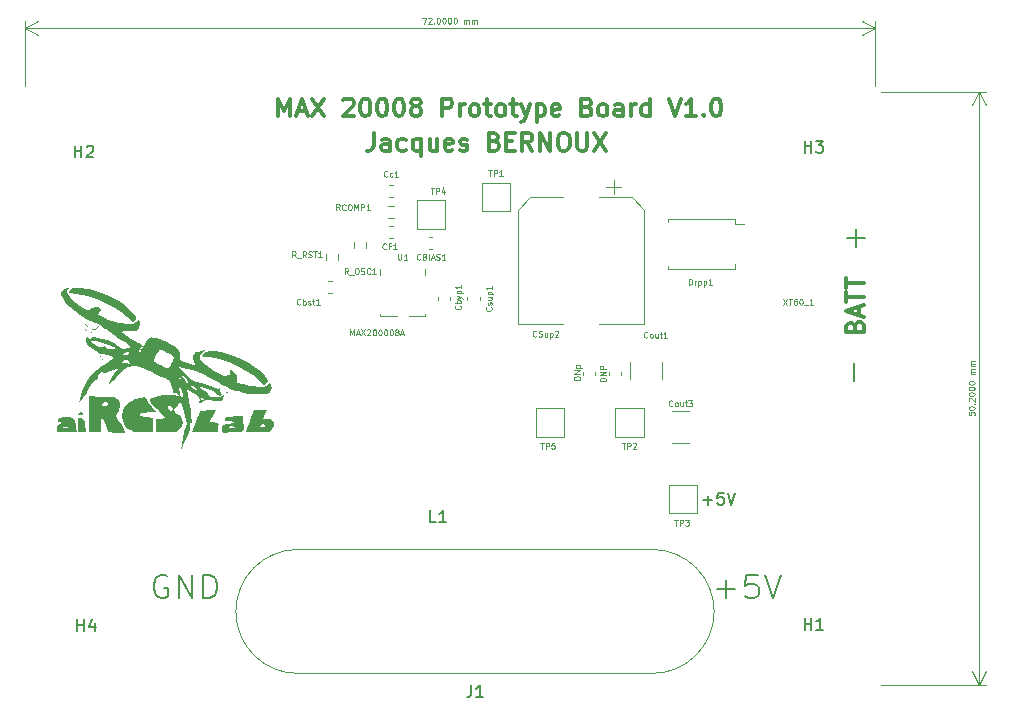
<source format=gbr>
%TF.GenerationSoftware,KiCad,Pcbnew,(6.0.8)*%
%TF.CreationDate,2023-02-10T11:33:07+01:00*%
%TF.ProjectId,power supply prototype,706f7765-7220-4737-9570-706c79207072,rev?*%
%TF.SameCoordinates,Original*%
%TF.FileFunction,Legend,Top*%
%TF.FilePolarity,Positive*%
%FSLAX46Y46*%
G04 Gerber Fmt 4.6, Leading zero omitted, Abs format (unit mm)*
G04 Created by KiCad (PCBNEW (6.0.8)) date 2023-02-10 11:33:07*
%MOMM*%
%LPD*%
G01*
G04 APERTURE LIST*
%ADD10C,0.200000*%
%ADD11C,0.300000*%
%ADD12C,0.150000*%
%ADD13C,0.100000*%
%ADD14C,0.010000*%
%ADD15C,0.120000*%
G04 APERTURE END LIST*
D10*
X169638095Y-80342857D02*
X171161904Y-80342857D01*
X170400000Y-81104761D02*
X170400000Y-79580952D01*
D11*
X121485714Y-70078571D02*
X121485714Y-68578571D01*
X121985714Y-69650000D01*
X122485714Y-68578571D01*
X122485714Y-70078571D01*
X123128571Y-69650000D02*
X123842857Y-69650000D01*
X122985714Y-70078571D02*
X123485714Y-68578571D01*
X123985714Y-70078571D01*
X124342857Y-68578571D02*
X125342857Y-70078571D01*
X125342857Y-68578571D02*
X124342857Y-70078571D01*
X126985714Y-68721428D02*
X127057142Y-68650000D01*
X127200000Y-68578571D01*
X127557142Y-68578571D01*
X127700000Y-68650000D01*
X127771428Y-68721428D01*
X127842857Y-68864285D01*
X127842857Y-69007142D01*
X127771428Y-69221428D01*
X126914285Y-70078571D01*
X127842857Y-70078571D01*
X128771428Y-68578571D02*
X128914285Y-68578571D01*
X129057142Y-68650000D01*
X129128571Y-68721428D01*
X129200000Y-68864285D01*
X129271428Y-69150000D01*
X129271428Y-69507142D01*
X129200000Y-69792857D01*
X129128571Y-69935714D01*
X129057142Y-70007142D01*
X128914285Y-70078571D01*
X128771428Y-70078571D01*
X128628571Y-70007142D01*
X128557142Y-69935714D01*
X128485714Y-69792857D01*
X128414285Y-69507142D01*
X128414285Y-69150000D01*
X128485714Y-68864285D01*
X128557142Y-68721428D01*
X128628571Y-68650000D01*
X128771428Y-68578571D01*
X130200000Y-68578571D02*
X130342857Y-68578571D01*
X130485714Y-68650000D01*
X130557142Y-68721428D01*
X130628571Y-68864285D01*
X130700000Y-69150000D01*
X130700000Y-69507142D01*
X130628571Y-69792857D01*
X130557142Y-69935714D01*
X130485714Y-70007142D01*
X130342857Y-70078571D01*
X130200000Y-70078571D01*
X130057142Y-70007142D01*
X129985714Y-69935714D01*
X129914285Y-69792857D01*
X129842857Y-69507142D01*
X129842857Y-69150000D01*
X129914285Y-68864285D01*
X129985714Y-68721428D01*
X130057142Y-68650000D01*
X130200000Y-68578571D01*
X131628571Y-68578571D02*
X131771428Y-68578571D01*
X131914285Y-68650000D01*
X131985714Y-68721428D01*
X132057142Y-68864285D01*
X132128571Y-69150000D01*
X132128571Y-69507142D01*
X132057142Y-69792857D01*
X131985714Y-69935714D01*
X131914285Y-70007142D01*
X131771428Y-70078571D01*
X131628571Y-70078571D01*
X131485714Y-70007142D01*
X131414285Y-69935714D01*
X131342857Y-69792857D01*
X131271428Y-69507142D01*
X131271428Y-69150000D01*
X131342857Y-68864285D01*
X131414285Y-68721428D01*
X131485714Y-68650000D01*
X131628571Y-68578571D01*
X132985714Y-69221428D02*
X132842857Y-69150000D01*
X132771428Y-69078571D01*
X132700000Y-68935714D01*
X132700000Y-68864285D01*
X132771428Y-68721428D01*
X132842857Y-68650000D01*
X132985714Y-68578571D01*
X133271428Y-68578571D01*
X133414285Y-68650000D01*
X133485714Y-68721428D01*
X133557142Y-68864285D01*
X133557142Y-68935714D01*
X133485714Y-69078571D01*
X133414285Y-69150000D01*
X133271428Y-69221428D01*
X132985714Y-69221428D01*
X132842857Y-69292857D01*
X132771428Y-69364285D01*
X132700000Y-69507142D01*
X132700000Y-69792857D01*
X132771428Y-69935714D01*
X132842857Y-70007142D01*
X132985714Y-70078571D01*
X133271428Y-70078571D01*
X133414285Y-70007142D01*
X133485714Y-69935714D01*
X133557142Y-69792857D01*
X133557142Y-69507142D01*
X133485714Y-69364285D01*
X133414285Y-69292857D01*
X133271428Y-69221428D01*
X135342857Y-70078571D02*
X135342857Y-68578571D01*
X135914285Y-68578571D01*
X136057142Y-68650000D01*
X136128571Y-68721428D01*
X136200000Y-68864285D01*
X136200000Y-69078571D01*
X136128571Y-69221428D01*
X136057142Y-69292857D01*
X135914285Y-69364285D01*
X135342857Y-69364285D01*
X136842857Y-70078571D02*
X136842857Y-69078571D01*
X136842857Y-69364285D02*
X136914285Y-69221428D01*
X136985714Y-69150000D01*
X137128571Y-69078571D01*
X137271428Y-69078571D01*
X137985714Y-70078571D02*
X137842857Y-70007142D01*
X137771428Y-69935714D01*
X137700000Y-69792857D01*
X137700000Y-69364285D01*
X137771428Y-69221428D01*
X137842857Y-69150000D01*
X137985714Y-69078571D01*
X138200000Y-69078571D01*
X138342857Y-69150000D01*
X138414285Y-69221428D01*
X138485714Y-69364285D01*
X138485714Y-69792857D01*
X138414285Y-69935714D01*
X138342857Y-70007142D01*
X138200000Y-70078571D01*
X137985714Y-70078571D01*
X138914285Y-69078571D02*
X139485714Y-69078571D01*
X139128571Y-68578571D02*
X139128571Y-69864285D01*
X139200000Y-70007142D01*
X139342857Y-70078571D01*
X139485714Y-70078571D01*
X140200000Y-70078571D02*
X140057142Y-70007142D01*
X139985714Y-69935714D01*
X139914285Y-69792857D01*
X139914285Y-69364285D01*
X139985714Y-69221428D01*
X140057142Y-69150000D01*
X140200000Y-69078571D01*
X140414285Y-69078571D01*
X140557142Y-69150000D01*
X140628571Y-69221428D01*
X140700000Y-69364285D01*
X140700000Y-69792857D01*
X140628571Y-69935714D01*
X140557142Y-70007142D01*
X140414285Y-70078571D01*
X140200000Y-70078571D01*
X141128571Y-69078571D02*
X141700000Y-69078571D01*
X141342857Y-68578571D02*
X141342857Y-69864285D01*
X141414285Y-70007142D01*
X141557142Y-70078571D01*
X141700000Y-70078571D01*
X142057142Y-69078571D02*
X142414285Y-70078571D01*
X142771428Y-69078571D02*
X142414285Y-70078571D01*
X142271428Y-70435714D01*
X142200000Y-70507142D01*
X142057142Y-70578571D01*
X143342857Y-69078571D02*
X143342857Y-70578571D01*
X143342857Y-69150000D02*
X143485714Y-69078571D01*
X143771428Y-69078571D01*
X143914285Y-69150000D01*
X143985714Y-69221428D01*
X144057142Y-69364285D01*
X144057142Y-69792857D01*
X143985714Y-69935714D01*
X143914285Y-70007142D01*
X143771428Y-70078571D01*
X143485714Y-70078571D01*
X143342857Y-70007142D01*
X145271428Y-70007142D02*
X145128571Y-70078571D01*
X144842857Y-70078571D01*
X144700000Y-70007142D01*
X144628571Y-69864285D01*
X144628571Y-69292857D01*
X144700000Y-69150000D01*
X144842857Y-69078571D01*
X145128571Y-69078571D01*
X145271428Y-69150000D01*
X145342857Y-69292857D01*
X145342857Y-69435714D01*
X144628571Y-69578571D01*
X147628571Y-69292857D02*
X147842857Y-69364285D01*
X147914285Y-69435714D01*
X147985714Y-69578571D01*
X147985714Y-69792857D01*
X147914285Y-69935714D01*
X147842857Y-70007142D01*
X147700000Y-70078571D01*
X147128571Y-70078571D01*
X147128571Y-68578571D01*
X147628571Y-68578571D01*
X147771428Y-68650000D01*
X147842857Y-68721428D01*
X147914285Y-68864285D01*
X147914285Y-69007142D01*
X147842857Y-69150000D01*
X147771428Y-69221428D01*
X147628571Y-69292857D01*
X147128571Y-69292857D01*
X148842857Y-70078571D02*
X148700000Y-70007142D01*
X148628571Y-69935714D01*
X148557142Y-69792857D01*
X148557142Y-69364285D01*
X148628571Y-69221428D01*
X148700000Y-69150000D01*
X148842857Y-69078571D01*
X149057142Y-69078571D01*
X149200000Y-69150000D01*
X149271428Y-69221428D01*
X149342857Y-69364285D01*
X149342857Y-69792857D01*
X149271428Y-69935714D01*
X149200000Y-70007142D01*
X149057142Y-70078571D01*
X148842857Y-70078571D01*
X150628571Y-70078571D02*
X150628571Y-69292857D01*
X150557142Y-69150000D01*
X150414285Y-69078571D01*
X150128571Y-69078571D01*
X149985714Y-69150000D01*
X150628571Y-70007142D02*
X150485714Y-70078571D01*
X150128571Y-70078571D01*
X149985714Y-70007142D01*
X149914285Y-69864285D01*
X149914285Y-69721428D01*
X149985714Y-69578571D01*
X150128571Y-69507142D01*
X150485714Y-69507142D01*
X150628571Y-69435714D01*
X151342857Y-70078571D02*
X151342857Y-69078571D01*
X151342857Y-69364285D02*
X151414285Y-69221428D01*
X151485714Y-69150000D01*
X151628571Y-69078571D01*
X151771428Y-69078571D01*
X152914285Y-70078571D02*
X152914285Y-68578571D01*
X152914285Y-70007142D02*
X152771428Y-70078571D01*
X152485714Y-70078571D01*
X152342857Y-70007142D01*
X152271428Y-69935714D01*
X152200000Y-69792857D01*
X152200000Y-69364285D01*
X152271428Y-69221428D01*
X152342857Y-69150000D01*
X152485714Y-69078571D01*
X152771428Y-69078571D01*
X152914285Y-69150000D01*
X154557142Y-68578571D02*
X155057142Y-70078571D01*
X155557142Y-68578571D01*
X156842857Y-70078571D02*
X155985714Y-70078571D01*
X156414285Y-70078571D02*
X156414285Y-68578571D01*
X156271428Y-68792857D01*
X156128571Y-68935714D01*
X155985714Y-69007142D01*
X157485714Y-69935714D02*
X157557142Y-70007142D01*
X157485714Y-70078571D01*
X157414285Y-70007142D01*
X157485714Y-69935714D01*
X157485714Y-70078571D01*
X158485714Y-68578571D02*
X158628571Y-68578571D01*
X158771428Y-68650000D01*
X158842857Y-68721428D01*
X158914285Y-68864285D01*
X158985714Y-69150000D01*
X158985714Y-69507142D01*
X158914285Y-69792857D01*
X158842857Y-69935714D01*
X158771428Y-70007142D01*
X158628571Y-70078571D01*
X158485714Y-70078571D01*
X158342857Y-70007142D01*
X158271428Y-69935714D01*
X158200000Y-69792857D01*
X158128571Y-69507142D01*
X158128571Y-69150000D01*
X158200000Y-68864285D01*
X158271428Y-68721428D01*
X158342857Y-68650000D01*
X158485714Y-68578571D01*
X129564285Y-71478571D02*
X129564285Y-72550000D01*
X129492857Y-72764285D01*
X129350000Y-72907142D01*
X129135714Y-72978571D01*
X128992857Y-72978571D01*
X130921428Y-72978571D02*
X130921428Y-72192857D01*
X130850000Y-72050000D01*
X130707142Y-71978571D01*
X130421428Y-71978571D01*
X130278571Y-72050000D01*
X130921428Y-72907142D02*
X130778571Y-72978571D01*
X130421428Y-72978571D01*
X130278571Y-72907142D01*
X130207142Y-72764285D01*
X130207142Y-72621428D01*
X130278571Y-72478571D01*
X130421428Y-72407142D01*
X130778571Y-72407142D01*
X130921428Y-72335714D01*
X132278571Y-72907142D02*
X132135714Y-72978571D01*
X131850000Y-72978571D01*
X131707142Y-72907142D01*
X131635714Y-72835714D01*
X131564285Y-72692857D01*
X131564285Y-72264285D01*
X131635714Y-72121428D01*
X131707142Y-72050000D01*
X131850000Y-71978571D01*
X132135714Y-71978571D01*
X132278571Y-72050000D01*
X133564285Y-71978571D02*
X133564285Y-73478571D01*
X133564285Y-72907142D02*
X133421428Y-72978571D01*
X133135714Y-72978571D01*
X132992857Y-72907142D01*
X132921428Y-72835714D01*
X132850000Y-72692857D01*
X132850000Y-72264285D01*
X132921428Y-72121428D01*
X132992857Y-72050000D01*
X133135714Y-71978571D01*
X133421428Y-71978571D01*
X133564285Y-72050000D01*
X134921428Y-71978571D02*
X134921428Y-72978571D01*
X134278571Y-71978571D02*
X134278571Y-72764285D01*
X134350000Y-72907142D01*
X134492857Y-72978571D01*
X134707142Y-72978571D01*
X134850000Y-72907142D01*
X134921428Y-72835714D01*
X136207142Y-72907142D02*
X136064285Y-72978571D01*
X135778571Y-72978571D01*
X135635714Y-72907142D01*
X135564285Y-72764285D01*
X135564285Y-72192857D01*
X135635714Y-72050000D01*
X135778571Y-71978571D01*
X136064285Y-71978571D01*
X136207142Y-72050000D01*
X136278571Y-72192857D01*
X136278571Y-72335714D01*
X135564285Y-72478571D01*
X136850000Y-72907142D02*
X136992857Y-72978571D01*
X137278571Y-72978571D01*
X137421428Y-72907142D01*
X137492857Y-72764285D01*
X137492857Y-72692857D01*
X137421428Y-72550000D01*
X137278571Y-72478571D01*
X137064285Y-72478571D01*
X136921428Y-72407142D01*
X136850000Y-72264285D01*
X136850000Y-72192857D01*
X136921428Y-72050000D01*
X137064285Y-71978571D01*
X137278571Y-71978571D01*
X137421428Y-72050000D01*
X139778571Y-72192857D02*
X139992857Y-72264285D01*
X140064285Y-72335714D01*
X140135714Y-72478571D01*
X140135714Y-72692857D01*
X140064285Y-72835714D01*
X139992857Y-72907142D01*
X139850000Y-72978571D01*
X139278571Y-72978571D01*
X139278571Y-71478571D01*
X139778571Y-71478571D01*
X139921428Y-71550000D01*
X139992857Y-71621428D01*
X140064285Y-71764285D01*
X140064285Y-71907142D01*
X139992857Y-72050000D01*
X139921428Y-72121428D01*
X139778571Y-72192857D01*
X139278571Y-72192857D01*
X140778571Y-72192857D02*
X141278571Y-72192857D01*
X141492857Y-72978571D02*
X140778571Y-72978571D01*
X140778571Y-71478571D01*
X141492857Y-71478571D01*
X142992857Y-72978571D02*
X142492857Y-72264285D01*
X142135714Y-72978571D02*
X142135714Y-71478571D01*
X142707142Y-71478571D01*
X142850000Y-71550000D01*
X142921428Y-71621428D01*
X142992857Y-71764285D01*
X142992857Y-71978571D01*
X142921428Y-72121428D01*
X142850000Y-72192857D01*
X142707142Y-72264285D01*
X142135714Y-72264285D01*
X143635714Y-72978571D02*
X143635714Y-71478571D01*
X144492857Y-72978571D01*
X144492857Y-71478571D01*
X145492857Y-71478571D02*
X145778571Y-71478571D01*
X145921428Y-71550000D01*
X146064285Y-71692857D01*
X146135714Y-71978571D01*
X146135714Y-72478571D01*
X146064285Y-72764285D01*
X145921428Y-72907142D01*
X145778571Y-72978571D01*
X145492857Y-72978571D01*
X145350000Y-72907142D01*
X145207142Y-72764285D01*
X145135714Y-72478571D01*
X145135714Y-71978571D01*
X145207142Y-71692857D01*
X145350000Y-71550000D01*
X145492857Y-71478571D01*
X146778571Y-71478571D02*
X146778571Y-72692857D01*
X146850000Y-72835714D01*
X146921428Y-72907142D01*
X147064285Y-72978571D01*
X147350000Y-72978571D01*
X147492857Y-72907142D01*
X147564285Y-72835714D01*
X147635714Y-72692857D01*
X147635714Y-71478571D01*
X148207142Y-71478571D02*
X149207142Y-72978571D01*
X149207142Y-71478571D02*
X148207142Y-72978571D01*
D10*
X170242857Y-92461904D02*
X170242857Y-90938095D01*
X112076190Y-109000000D02*
X111885714Y-108904761D01*
X111600000Y-108904761D01*
X111314285Y-109000000D01*
X111123809Y-109190476D01*
X111028571Y-109380952D01*
X110933333Y-109761904D01*
X110933333Y-110047619D01*
X111028571Y-110428571D01*
X111123809Y-110619047D01*
X111314285Y-110809523D01*
X111600000Y-110904761D01*
X111790476Y-110904761D01*
X112076190Y-110809523D01*
X112171428Y-110714285D01*
X112171428Y-110047619D01*
X111790476Y-110047619D01*
X113028571Y-110904761D02*
X113028571Y-108904761D01*
X114171428Y-110904761D01*
X114171428Y-108904761D01*
X115123809Y-110904761D02*
X115123809Y-108904761D01*
X115600000Y-108904761D01*
X115885714Y-109000000D01*
X116076190Y-109190476D01*
X116171428Y-109380952D01*
X116266666Y-109761904D01*
X116266666Y-110047619D01*
X116171428Y-110428571D01*
X116076190Y-110619047D01*
X115885714Y-110809523D01*
X115600000Y-110904761D01*
X115123809Y-110904761D01*
X158628571Y-110142857D02*
X160152380Y-110142857D01*
X159390476Y-110904761D02*
X159390476Y-109380952D01*
X162057142Y-108904761D02*
X161104761Y-108904761D01*
X161009523Y-109857142D01*
X161104761Y-109761904D01*
X161295238Y-109666666D01*
X161771428Y-109666666D01*
X161961904Y-109761904D01*
X162057142Y-109857142D01*
X162152380Y-110047619D01*
X162152380Y-110523809D01*
X162057142Y-110714285D01*
X161961904Y-110809523D01*
X161771428Y-110904761D01*
X161295238Y-110904761D01*
X161104761Y-110809523D01*
X161009523Y-110714285D01*
X162723809Y-108904761D02*
X163390476Y-110904761D01*
X164057142Y-108904761D01*
D11*
X170292857Y-87850000D02*
X170364285Y-87635714D01*
X170435714Y-87564285D01*
X170578571Y-87492857D01*
X170792857Y-87492857D01*
X170935714Y-87564285D01*
X171007142Y-87635714D01*
X171078571Y-87778571D01*
X171078571Y-88350000D01*
X169578571Y-88350000D01*
X169578571Y-87850000D01*
X169650000Y-87707142D01*
X169721428Y-87635714D01*
X169864285Y-87564285D01*
X170007142Y-87564285D01*
X170150000Y-87635714D01*
X170221428Y-87707142D01*
X170292857Y-87850000D01*
X170292857Y-88350000D01*
X170650000Y-86921428D02*
X170650000Y-86207142D01*
X171078571Y-87064285D02*
X169578571Y-86564285D01*
X171078571Y-86064285D01*
X169578571Y-85778571D02*
X169578571Y-84921428D01*
X171078571Y-85350000D02*
X169578571Y-85350000D01*
X169578571Y-84635714D02*
X169578571Y-83778571D01*
X171078571Y-84207142D02*
X169578571Y-84207142D01*
D12*
X157464285Y-102571428D02*
X158226190Y-102571428D01*
X157845238Y-102952380D02*
X157845238Y-102190476D01*
X159178571Y-101952380D02*
X158702380Y-101952380D01*
X158654761Y-102428571D01*
X158702380Y-102380952D01*
X158797619Y-102333333D01*
X159035714Y-102333333D01*
X159130952Y-102380952D01*
X159178571Y-102428571D01*
X159226190Y-102523809D01*
X159226190Y-102761904D01*
X159178571Y-102857142D01*
X159130952Y-102904761D01*
X159035714Y-102952380D01*
X158797619Y-102952380D01*
X158702380Y-102904761D01*
X158654761Y-102857142D01*
X159511904Y-101952380D02*
X159845238Y-102952380D01*
X160178571Y-101952380D01*
D13*
X133666666Y-61726190D02*
X134000000Y-61726190D01*
X133785714Y-62226190D01*
X134166666Y-61773809D02*
X134190476Y-61750000D01*
X134238095Y-61726190D01*
X134357142Y-61726190D01*
X134404761Y-61750000D01*
X134428571Y-61773809D01*
X134452380Y-61821428D01*
X134452380Y-61869047D01*
X134428571Y-61940476D01*
X134142857Y-62226190D01*
X134452380Y-62226190D01*
X134666666Y-62178571D02*
X134690476Y-62202380D01*
X134666666Y-62226190D01*
X134642857Y-62202380D01*
X134666666Y-62178571D01*
X134666666Y-62226190D01*
X135000000Y-61726190D02*
X135047619Y-61726190D01*
X135095238Y-61750000D01*
X135119047Y-61773809D01*
X135142857Y-61821428D01*
X135166666Y-61916666D01*
X135166666Y-62035714D01*
X135142857Y-62130952D01*
X135119047Y-62178571D01*
X135095238Y-62202380D01*
X135047619Y-62226190D01*
X135000000Y-62226190D01*
X134952380Y-62202380D01*
X134928571Y-62178571D01*
X134904761Y-62130952D01*
X134880952Y-62035714D01*
X134880952Y-61916666D01*
X134904761Y-61821428D01*
X134928571Y-61773809D01*
X134952380Y-61750000D01*
X135000000Y-61726190D01*
X135476190Y-61726190D02*
X135523809Y-61726190D01*
X135571428Y-61750000D01*
X135595238Y-61773809D01*
X135619047Y-61821428D01*
X135642857Y-61916666D01*
X135642857Y-62035714D01*
X135619047Y-62130952D01*
X135595238Y-62178571D01*
X135571428Y-62202380D01*
X135523809Y-62226190D01*
X135476190Y-62226190D01*
X135428571Y-62202380D01*
X135404761Y-62178571D01*
X135380952Y-62130952D01*
X135357142Y-62035714D01*
X135357142Y-61916666D01*
X135380952Y-61821428D01*
X135404761Y-61773809D01*
X135428571Y-61750000D01*
X135476190Y-61726190D01*
X135952380Y-61726190D02*
X136000000Y-61726190D01*
X136047619Y-61750000D01*
X136071428Y-61773809D01*
X136095238Y-61821428D01*
X136119047Y-61916666D01*
X136119047Y-62035714D01*
X136095238Y-62130952D01*
X136071428Y-62178571D01*
X136047619Y-62202380D01*
X136000000Y-62226190D01*
X135952380Y-62226190D01*
X135904761Y-62202380D01*
X135880952Y-62178571D01*
X135857142Y-62130952D01*
X135833333Y-62035714D01*
X135833333Y-61916666D01*
X135857142Y-61821428D01*
X135880952Y-61773809D01*
X135904761Y-61750000D01*
X135952380Y-61726190D01*
X136428571Y-61726190D02*
X136476190Y-61726190D01*
X136523809Y-61750000D01*
X136547619Y-61773809D01*
X136571428Y-61821428D01*
X136595238Y-61916666D01*
X136595238Y-62035714D01*
X136571428Y-62130952D01*
X136547619Y-62178571D01*
X136523809Y-62202380D01*
X136476190Y-62226190D01*
X136428571Y-62226190D01*
X136380952Y-62202380D01*
X136357142Y-62178571D01*
X136333333Y-62130952D01*
X136309523Y-62035714D01*
X136309523Y-61916666D01*
X136333333Y-61821428D01*
X136357142Y-61773809D01*
X136380952Y-61750000D01*
X136428571Y-61726190D01*
X137190476Y-62226190D02*
X137190476Y-61892857D01*
X137190476Y-61940476D02*
X137214285Y-61916666D01*
X137261904Y-61892857D01*
X137333333Y-61892857D01*
X137380952Y-61916666D01*
X137404761Y-61964285D01*
X137404761Y-62226190D01*
X137404761Y-61964285D02*
X137428571Y-61916666D01*
X137476190Y-61892857D01*
X137547619Y-61892857D01*
X137595238Y-61916666D01*
X137619047Y-61964285D01*
X137619047Y-62226190D01*
X137857142Y-62226190D02*
X137857142Y-61892857D01*
X137857142Y-61940476D02*
X137880952Y-61916666D01*
X137928571Y-61892857D01*
X138000000Y-61892857D01*
X138047619Y-61916666D01*
X138071428Y-61964285D01*
X138071428Y-62226190D01*
X138071428Y-61964285D02*
X138095238Y-61916666D01*
X138142857Y-61892857D01*
X138214285Y-61892857D01*
X138261904Y-61916666D01*
X138285714Y-61964285D01*
X138285714Y-62226190D01*
X172000000Y-67500000D02*
X172000000Y-62013580D01*
X100000000Y-67500000D02*
X100000000Y-62013580D01*
X172000000Y-62600000D02*
X100000000Y-62600000D01*
X172000000Y-62600000D02*
X100000000Y-62600000D01*
X172000000Y-62600000D02*
X170873496Y-62013579D01*
X172000000Y-62600000D02*
X170873496Y-63186421D01*
X100000000Y-62600000D02*
X101126504Y-63186421D01*
X100000000Y-62600000D02*
X101126504Y-62013579D01*
X179926190Y-95147619D02*
X179926190Y-95385714D01*
X180164285Y-95409523D01*
X180140476Y-95385714D01*
X180116666Y-95338095D01*
X180116666Y-95219047D01*
X180140476Y-95171428D01*
X180164285Y-95147619D01*
X180211904Y-95123809D01*
X180330952Y-95123809D01*
X180378571Y-95147619D01*
X180402380Y-95171428D01*
X180426190Y-95219047D01*
X180426190Y-95338095D01*
X180402380Y-95385714D01*
X180378571Y-95409523D01*
X179926190Y-94814285D02*
X179926190Y-94766666D01*
X179950000Y-94719047D01*
X179973809Y-94695238D01*
X180021428Y-94671428D01*
X180116666Y-94647619D01*
X180235714Y-94647619D01*
X180330952Y-94671428D01*
X180378571Y-94695238D01*
X180402380Y-94719047D01*
X180426190Y-94766666D01*
X180426190Y-94814285D01*
X180402380Y-94861904D01*
X180378571Y-94885714D01*
X180330952Y-94909523D01*
X180235714Y-94933333D01*
X180116666Y-94933333D01*
X180021428Y-94909523D01*
X179973809Y-94885714D01*
X179950000Y-94861904D01*
X179926190Y-94814285D01*
X180378571Y-94433333D02*
X180402380Y-94409523D01*
X180426190Y-94433333D01*
X180402380Y-94457142D01*
X180378571Y-94433333D01*
X180426190Y-94433333D01*
X179973809Y-94219047D02*
X179950000Y-94195238D01*
X179926190Y-94147619D01*
X179926190Y-94028571D01*
X179950000Y-93980952D01*
X179973809Y-93957142D01*
X180021428Y-93933333D01*
X180069047Y-93933333D01*
X180140476Y-93957142D01*
X180426190Y-94242857D01*
X180426190Y-93933333D01*
X179926190Y-93623809D02*
X179926190Y-93576190D01*
X179950000Y-93528571D01*
X179973809Y-93504761D01*
X180021428Y-93480952D01*
X180116666Y-93457142D01*
X180235714Y-93457142D01*
X180330952Y-93480952D01*
X180378571Y-93504761D01*
X180402380Y-93528571D01*
X180426190Y-93576190D01*
X180426190Y-93623809D01*
X180402380Y-93671428D01*
X180378571Y-93695238D01*
X180330952Y-93719047D01*
X180235714Y-93742857D01*
X180116666Y-93742857D01*
X180021428Y-93719047D01*
X179973809Y-93695238D01*
X179950000Y-93671428D01*
X179926190Y-93623809D01*
X179926190Y-93147619D02*
X179926190Y-93100000D01*
X179950000Y-93052380D01*
X179973809Y-93028571D01*
X180021428Y-93004761D01*
X180116666Y-92980952D01*
X180235714Y-92980952D01*
X180330952Y-93004761D01*
X180378571Y-93028571D01*
X180402380Y-93052380D01*
X180426190Y-93100000D01*
X180426190Y-93147619D01*
X180402380Y-93195238D01*
X180378571Y-93219047D01*
X180330952Y-93242857D01*
X180235714Y-93266666D01*
X180116666Y-93266666D01*
X180021428Y-93242857D01*
X179973809Y-93219047D01*
X179950000Y-93195238D01*
X179926190Y-93147619D01*
X179926190Y-92671428D02*
X179926190Y-92623809D01*
X179950000Y-92576190D01*
X179973809Y-92552380D01*
X180021428Y-92528571D01*
X180116666Y-92504761D01*
X180235714Y-92504761D01*
X180330952Y-92528571D01*
X180378571Y-92552380D01*
X180402380Y-92576190D01*
X180426190Y-92623809D01*
X180426190Y-92671428D01*
X180402380Y-92719047D01*
X180378571Y-92742857D01*
X180330952Y-92766666D01*
X180235714Y-92790476D01*
X180116666Y-92790476D01*
X180021428Y-92766666D01*
X179973809Y-92742857D01*
X179950000Y-92719047D01*
X179926190Y-92671428D01*
X180426190Y-91909523D02*
X180092857Y-91909523D01*
X180140476Y-91909523D02*
X180116666Y-91885714D01*
X180092857Y-91838095D01*
X180092857Y-91766666D01*
X180116666Y-91719047D01*
X180164285Y-91695238D01*
X180426190Y-91695238D01*
X180164285Y-91695238D02*
X180116666Y-91671428D01*
X180092857Y-91623809D01*
X180092857Y-91552380D01*
X180116666Y-91504761D01*
X180164285Y-91480952D01*
X180426190Y-91480952D01*
X180426190Y-91242857D02*
X180092857Y-91242857D01*
X180140476Y-91242857D02*
X180116666Y-91219047D01*
X180092857Y-91171428D01*
X180092857Y-91100000D01*
X180116666Y-91052380D01*
X180164285Y-91028571D01*
X180426190Y-91028571D01*
X180164285Y-91028571D02*
X180116666Y-91004761D01*
X180092857Y-90957142D01*
X180092857Y-90885714D01*
X180116666Y-90838095D01*
X180164285Y-90814285D01*
X180426190Y-90814285D01*
X172500000Y-118200000D02*
X181386420Y-118200000D01*
X172500000Y-68000000D02*
X181386420Y-68000000D01*
X180800000Y-118200000D02*
X180800000Y-68000000D01*
X180800000Y-118200000D02*
X180800000Y-68000000D01*
X180800000Y-118200000D02*
X181386421Y-117073496D01*
X180800000Y-118200000D02*
X180213579Y-117073496D01*
X180800000Y-68000000D02*
X180213579Y-69126504D01*
X180800000Y-68000000D02*
X181386421Y-69126504D01*
%TO.C,Drpp1*%
X156223809Y-84326190D02*
X156223809Y-83826190D01*
X156342857Y-83826190D01*
X156414285Y-83850000D01*
X156461904Y-83897619D01*
X156485714Y-83945238D01*
X156509523Y-84040476D01*
X156509523Y-84111904D01*
X156485714Y-84207142D01*
X156461904Y-84254761D01*
X156414285Y-84302380D01*
X156342857Y-84326190D01*
X156223809Y-84326190D01*
X156723809Y-84326190D02*
X156723809Y-83992857D01*
X156723809Y-84088095D02*
X156747619Y-84040476D01*
X156771428Y-84016666D01*
X156819047Y-83992857D01*
X156866666Y-83992857D01*
X157033333Y-83992857D02*
X157033333Y-84492857D01*
X157033333Y-84016666D02*
X157080952Y-83992857D01*
X157176190Y-83992857D01*
X157223809Y-84016666D01*
X157247619Y-84040476D01*
X157271428Y-84088095D01*
X157271428Y-84230952D01*
X157247619Y-84278571D01*
X157223809Y-84302380D01*
X157176190Y-84326190D01*
X157080952Y-84326190D01*
X157033333Y-84302380D01*
X157485714Y-83992857D02*
X157485714Y-84492857D01*
X157485714Y-84016666D02*
X157533333Y-83992857D01*
X157628571Y-83992857D01*
X157676190Y-84016666D01*
X157700000Y-84040476D01*
X157723809Y-84088095D01*
X157723809Y-84230952D01*
X157700000Y-84278571D01*
X157676190Y-84302380D01*
X157628571Y-84326190D01*
X157533333Y-84326190D01*
X157485714Y-84302380D01*
X158200000Y-84326190D02*
X157914285Y-84326190D01*
X158057142Y-84326190D02*
X158057142Y-83826190D01*
X158009523Y-83897619D01*
X157961904Y-83945238D01*
X157914285Y-83969047D01*
%TO.C,Cbyp1*%
X136878571Y-86126190D02*
X136902380Y-86150000D01*
X136926190Y-86221428D01*
X136926190Y-86269047D01*
X136902380Y-86340476D01*
X136854761Y-86388095D01*
X136807142Y-86411904D01*
X136711904Y-86435714D01*
X136640476Y-86435714D01*
X136545238Y-86411904D01*
X136497619Y-86388095D01*
X136450000Y-86340476D01*
X136426190Y-86269047D01*
X136426190Y-86221428D01*
X136450000Y-86150000D01*
X136473809Y-86126190D01*
X136926190Y-85911904D02*
X136426190Y-85911904D01*
X136616666Y-85911904D02*
X136592857Y-85864285D01*
X136592857Y-85769047D01*
X136616666Y-85721428D01*
X136640476Y-85697619D01*
X136688095Y-85673809D01*
X136830952Y-85673809D01*
X136878571Y-85697619D01*
X136902380Y-85721428D01*
X136926190Y-85769047D01*
X136926190Y-85864285D01*
X136902380Y-85911904D01*
X136592857Y-85507142D02*
X136926190Y-85388095D01*
X136592857Y-85269047D02*
X136926190Y-85388095D01*
X137045238Y-85435714D01*
X137069047Y-85459523D01*
X137092857Y-85507142D01*
X136592857Y-85078571D02*
X137092857Y-85078571D01*
X136616666Y-85078571D02*
X136592857Y-85030952D01*
X136592857Y-84935714D01*
X136616666Y-84888095D01*
X136640476Y-84864285D01*
X136688095Y-84840476D01*
X136830952Y-84840476D01*
X136878571Y-84864285D01*
X136902380Y-84888095D01*
X136926190Y-84935714D01*
X136926190Y-85030952D01*
X136902380Y-85078571D01*
X136926190Y-84364285D02*
X136926190Y-84650000D01*
X136926190Y-84507142D02*
X136426190Y-84507142D01*
X136497619Y-84554761D01*
X136545238Y-84602380D01*
X136569047Y-84650000D01*
%TO.C,TP4*%
X134369047Y-76128190D02*
X134654761Y-76128190D01*
X134511904Y-76628190D02*
X134511904Y-76128190D01*
X134821428Y-76628190D02*
X134821428Y-76128190D01*
X135011904Y-76128190D01*
X135059523Y-76152000D01*
X135083333Y-76175809D01*
X135107142Y-76223428D01*
X135107142Y-76294857D01*
X135083333Y-76342476D01*
X135059523Y-76366285D01*
X135011904Y-76390095D01*
X134821428Y-76390095D01*
X135535714Y-76294857D02*
X135535714Y-76628190D01*
X135416666Y-76104380D02*
X135297619Y-76461523D01*
X135607142Y-76461523D01*
%TO.C,DNp*%
X147026190Y-92381547D02*
X146526190Y-92381547D01*
X146526190Y-92262500D01*
X146550000Y-92191071D01*
X146597619Y-92143452D01*
X146645238Y-92119642D01*
X146740476Y-92095833D01*
X146811904Y-92095833D01*
X146907142Y-92119642D01*
X146954761Y-92143452D01*
X147002380Y-92191071D01*
X147026190Y-92262500D01*
X147026190Y-92381547D01*
X147026190Y-91881547D02*
X146526190Y-91881547D01*
X147026190Y-91595833D01*
X146526190Y-91595833D01*
X146692857Y-91357738D02*
X147192857Y-91357738D01*
X146716666Y-91357738D02*
X146692857Y-91310119D01*
X146692857Y-91214880D01*
X146716666Y-91167261D01*
X146740476Y-91143452D01*
X146788095Y-91119642D01*
X146930952Y-91119642D01*
X146978571Y-91143452D01*
X147002380Y-91167261D01*
X147026190Y-91214880D01*
X147026190Y-91310119D01*
X147002380Y-91357738D01*
D12*
%TO.C,H2*%
X104238095Y-73552380D02*
X104238095Y-72552380D01*
X104238095Y-73028571D02*
X104809523Y-73028571D01*
X104809523Y-73552380D02*
X104809523Y-72552380D01*
X105238095Y-72647619D02*
X105285714Y-72600000D01*
X105380952Y-72552380D01*
X105619047Y-72552380D01*
X105714285Y-72600000D01*
X105761904Y-72647619D01*
X105809523Y-72742857D01*
X105809523Y-72838095D01*
X105761904Y-72980952D01*
X105190476Y-73552380D01*
X105809523Y-73552380D01*
D13*
%TO.C,U1*%
X131619047Y-81726190D02*
X131619047Y-82130952D01*
X131642857Y-82178571D01*
X131666666Y-82202380D01*
X131714285Y-82226190D01*
X131809523Y-82226190D01*
X131857142Y-82202380D01*
X131880952Y-82178571D01*
X131904761Y-82130952D01*
X131904761Y-81726190D01*
X132404761Y-82226190D02*
X132119047Y-82226190D01*
X132261904Y-82226190D02*
X132261904Y-81726190D01*
X132214285Y-81797619D01*
X132166666Y-81845238D01*
X132119047Y-81869047D01*
D14*
X127538095Y-88626190D02*
X127538095Y-88126190D01*
X127704761Y-88483333D01*
X127871428Y-88126190D01*
X127871428Y-88626190D01*
X128085714Y-88483333D02*
X128323809Y-88483333D01*
X128038095Y-88626190D02*
X128204761Y-88126190D01*
X128371428Y-88626190D01*
X128490476Y-88126190D02*
X128823809Y-88626190D01*
X128823809Y-88126190D02*
X128490476Y-88626190D01*
X128990476Y-88173809D02*
X129014285Y-88150000D01*
X129061904Y-88126190D01*
X129180952Y-88126190D01*
X129228571Y-88150000D01*
X129252380Y-88173809D01*
X129276190Y-88221428D01*
X129276190Y-88269047D01*
X129252380Y-88340476D01*
X128966666Y-88626190D01*
X129276190Y-88626190D01*
X129585714Y-88126190D02*
X129633333Y-88126190D01*
X129680952Y-88150000D01*
X129704761Y-88173809D01*
X129728571Y-88221428D01*
X129752380Y-88316666D01*
X129752380Y-88435714D01*
X129728571Y-88530952D01*
X129704761Y-88578571D01*
X129680952Y-88602380D01*
X129633333Y-88626190D01*
X129585714Y-88626190D01*
X129538095Y-88602380D01*
X129514285Y-88578571D01*
X129490476Y-88530952D01*
X129466666Y-88435714D01*
X129466666Y-88316666D01*
X129490476Y-88221428D01*
X129514285Y-88173809D01*
X129538095Y-88150000D01*
X129585714Y-88126190D01*
X130061904Y-88126190D02*
X130109523Y-88126190D01*
X130157142Y-88150000D01*
X130180952Y-88173809D01*
X130204761Y-88221428D01*
X130228571Y-88316666D01*
X130228571Y-88435714D01*
X130204761Y-88530952D01*
X130180952Y-88578571D01*
X130157142Y-88602380D01*
X130109523Y-88626190D01*
X130061904Y-88626190D01*
X130014285Y-88602380D01*
X129990476Y-88578571D01*
X129966666Y-88530952D01*
X129942857Y-88435714D01*
X129942857Y-88316666D01*
X129966666Y-88221428D01*
X129990476Y-88173809D01*
X130014285Y-88150000D01*
X130061904Y-88126190D01*
X130538095Y-88126190D02*
X130585714Y-88126190D01*
X130633333Y-88150000D01*
X130657142Y-88173809D01*
X130680952Y-88221428D01*
X130704761Y-88316666D01*
X130704761Y-88435714D01*
X130680952Y-88530952D01*
X130657142Y-88578571D01*
X130633333Y-88602380D01*
X130585714Y-88626190D01*
X130538095Y-88626190D01*
X130490476Y-88602380D01*
X130466666Y-88578571D01*
X130442857Y-88530952D01*
X130419047Y-88435714D01*
X130419047Y-88316666D01*
X130442857Y-88221428D01*
X130466666Y-88173809D01*
X130490476Y-88150000D01*
X130538095Y-88126190D01*
X131014285Y-88126190D02*
X131061904Y-88126190D01*
X131109523Y-88150000D01*
X131133333Y-88173809D01*
X131157142Y-88221428D01*
X131180952Y-88316666D01*
X131180952Y-88435714D01*
X131157142Y-88530952D01*
X131133333Y-88578571D01*
X131109523Y-88602380D01*
X131061904Y-88626190D01*
X131014285Y-88626190D01*
X130966666Y-88602380D01*
X130942857Y-88578571D01*
X130919047Y-88530952D01*
X130895238Y-88435714D01*
X130895238Y-88316666D01*
X130919047Y-88221428D01*
X130942857Y-88173809D01*
X130966666Y-88150000D01*
X131014285Y-88126190D01*
X131466666Y-88340476D02*
X131419047Y-88316666D01*
X131395238Y-88292857D01*
X131371428Y-88245238D01*
X131371428Y-88221428D01*
X131395238Y-88173809D01*
X131419047Y-88150000D01*
X131466666Y-88126190D01*
X131561904Y-88126190D01*
X131609523Y-88150000D01*
X131633333Y-88173809D01*
X131657142Y-88221428D01*
X131657142Y-88245238D01*
X131633333Y-88292857D01*
X131609523Y-88316666D01*
X131561904Y-88340476D01*
X131466666Y-88340476D01*
X131419047Y-88364285D01*
X131395238Y-88388095D01*
X131371428Y-88435714D01*
X131371428Y-88530952D01*
X131395238Y-88578571D01*
X131419047Y-88602380D01*
X131466666Y-88626190D01*
X131561904Y-88626190D01*
X131609523Y-88602380D01*
X131633333Y-88578571D01*
X131657142Y-88530952D01*
X131657142Y-88435714D01*
X131633333Y-88388095D01*
X131609523Y-88364285D01*
X131561904Y-88340476D01*
X131847619Y-88483333D02*
X132085714Y-88483333D01*
X131800000Y-88626190D02*
X131966666Y-88126190D01*
X132133333Y-88626190D01*
D13*
%TO.C,Cc1*%
X130702380Y-75148571D02*
X130678571Y-75172380D01*
X130607142Y-75196190D01*
X130559523Y-75196190D01*
X130488095Y-75172380D01*
X130440476Y-75124761D01*
X130416666Y-75077142D01*
X130392857Y-74981904D01*
X130392857Y-74910476D01*
X130416666Y-74815238D01*
X130440476Y-74767619D01*
X130488095Y-74720000D01*
X130559523Y-74696190D01*
X130607142Y-74696190D01*
X130678571Y-74720000D01*
X130702380Y-74743809D01*
X131130952Y-75172380D02*
X131083333Y-75196190D01*
X130988095Y-75196190D01*
X130940476Y-75172380D01*
X130916666Y-75148571D01*
X130892857Y-75100952D01*
X130892857Y-74958095D01*
X130916666Y-74910476D01*
X130940476Y-74886666D01*
X130988095Y-74862857D01*
X131083333Y-74862857D01*
X131130952Y-74886666D01*
X131607142Y-75196190D02*
X131321428Y-75196190D01*
X131464285Y-75196190D02*
X131464285Y-74696190D01*
X131416666Y-74767619D01*
X131369047Y-74815238D01*
X131321428Y-74839047D01*
%TO.C,Cout3*%
X154846428Y-94578571D02*
X154822619Y-94602380D01*
X154751190Y-94626190D01*
X154703571Y-94626190D01*
X154632142Y-94602380D01*
X154584523Y-94554761D01*
X154560714Y-94507142D01*
X154536904Y-94411904D01*
X154536904Y-94340476D01*
X154560714Y-94245238D01*
X154584523Y-94197619D01*
X154632142Y-94150000D01*
X154703571Y-94126190D01*
X154751190Y-94126190D01*
X154822619Y-94150000D01*
X154846428Y-94173809D01*
X155132142Y-94626190D02*
X155084523Y-94602380D01*
X155060714Y-94578571D01*
X155036904Y-94530952D01*
X155036904Y-94388095D01*
X155060714Y-94340476D01*
X155084523Y-94316666D01*
X155132142Y-94292857D01*
X155203571Y-94292857D01*
X155251190Y-94316666D01*
X155275000Y-94340476D01*
X155298809Y-94388095D01*
X155298809Y-94530952D01*
X155275000Y-94578571D01*
X155251190Y-94602380D01*
X155203571Y-94626190D01*
X155132142Y-94626190D01*
X155727380Y-94292857D02*
X155727380Y-94626190D01*
X155513095Y-94292857D02*
X155513095Y-94554761D01*
X155536904Y-94602380D01*
X155584523Y-94626190D01*
X155655952Y-94626190D01*
X155703571Y-94602380D01*
X155727380Y-94578571D01*
X155894047Y-94292857D02*
X156084523Y-94292857D01*
X155965476Y-94126190D02*
X155965476Y-94554761D01*
X155989285Y-94602380D01*
X156036904Y-94626190D01*
X156084523Y-94626190D01*
X156203571Y-94126190D02*
X156513095Y-94126190D01*
X156346428Y-94316666D01*
X156417857Y-94316666D01*
X156465476Y-94340476D01*
X156489285Y-94364285D01*
X156513095Y-94411904D01*
X156513095Y-94530952D01*
X156489285Y-94578571D01*
X156465476Y-94602380D01*
X156417857Y-94626190D01*
X156275000Y-94626190D01*
X156227380Y-94602380D01*
X156203571Y-94578571D01*
D12*
%TO.C,H1*%
X166038095Y-113552380D02*
X166038095Y-112552380D01*
X166038095Y-113028571D02*
X166609523Y-113028571D01*
X166609523Y-113552380D02*
X166609523Y-112552380D01*
X167609523Y-113552380D02*
X167038095Y-113552380D01*
X167323809Y-113552380D02*
X167323809Y-112552380D01*
X167228571Y-112695238D01*
X167133333Y-112790476D01*
X167038095Y-112838095D01*
%TO.C,L1*%
X134833333Y-104452380D02*
X134357142Y-104452380D01*
X134357142Y-103452380D01*
X135690476Y-104452380D02*
X135119047Y-104452380D01*
X135404761Y-104452380D02*
X135404761Y-103452380D01*
X135309523Y-103595238D01*
X135214285Y-103690476D01*
X135119047Y-103738095D01*
D13*
%TO.C,TP1*%
X139269047Y-74628190D02*
X139554761Y-74628190D01*
X139411904Y-75128190D02*
X139411904Y-74628190D01*
X139721428Y-75128190D02*
X139721428Y-74628190D01*
X139911904Y-74628190D01*
X139959523Y-74652000D01*
X139983333Y-74675809D01*
X140007142Y-74723428D01*
X140007142Y-74794857D01*
X139983333Y-74842476D01*
X139959523Y-74866285D01*
X139911904Y-74890095D01*
X139721428Y-74890095D01*
X140483333Y-75128190D02*
X140197619Y-75128190D01*
X140340476Y-75128190D02*
X140340476Y-74628190D01*
X140292857Y-74699619D01*
X140245238Y-74747238D01*
X140197619Y-74771047D01*
D12*
%TO.C,H3*%
X166038095Y-73152380D02*
X166038095Y-72152380D01*
X166038095Y-72628571D02*
X166609523Y-72628571D01*
X166609523Y-73152380D02*
X166609523Y-72152380D01*
X166990476Y-72152380D02*
X167609523Y-72152380D01*
X167276190Y-72533333D01*
X167419047Y-72533333D01*
X167514285Y-72580952D01*
X167561904Y-72628571D01*
X167609523Y-72723809D01*
X167609523Y-72961904D01*
X167561904Y-73057142D01*
X167514285Y-73104761D01*
X167419047Y-73152380D01*
X167133333Y-73152380D01*
X167038095Y-73104761D01*
X166990476Y-73057142D01*
D13*
%TO.C,CF1*%
X130602380Y-81278571D02*
X130578571Y-81302380D01*
X130507142Y-81326190D01*
X130459523Y-81326190D01*
X130388095Y-81302380D01*
X130340476Y-81254761D01*
X130316666Y-81207142D01*
X130292857Y-81111904D01*
X130292857Y-81040476D01*
X130316666Y-80945238D01*
X130340476Y-80897619D01*
X130388095Y-80850000D01*
X130459523Y-80826190D01*
X130507142Y-80826190D01*
X130578571Y-80850000D01*
X130602380Y-80873809D01*
X130983333Y-81064285D02*
X130816666Y-81064285D01*
X130816666Y-81326190D02*
X130816666Y-80826190D01*
X131054761Y-80826190D01*
X131507142Y-81326190D02*
X131221428Y-81326190D01*
X131364285Y-81326190D02*
X131364285Y-80826190D01*
X131316666Y-80897619D01*
X131269047Y-80945238D01*
X131221428Y-80969047D01*
%TO.C,RCOMP1*%
X126669047Y-78026190D02*
X126502380Y-77788095D01*
X126383333Y-78026190D02*
X126383333Y-77526190D01*
X126573809Y-77526190D01*
X126621428Y-77550000D01*
X126645238Y-77573809D01*
X126669047Y-77621428D01*
X126669047Y-77692857D01*
X126645238Y-77740476D01*
X126621428Y-77764285D01*
X126573809Y-77788095D01*
X126383333Y-77788095D01*
X127169047Y-77978571D02*
X127145238Y-78002380D01*
X127073809Y-78026190D01*
X127026190Y-78026190D01*
X126954761Y-78002380D01*
X126907142Y-77954761D01*
X126883333Y-77907142D01*
X126859523Y-77811904D01*
X126859523Y-77740476D01*
X126883333Y-77645238D01*
X126907142Y-77597619D01*
X126954761Y-77550000D01*
X127026190Y-77526190D01*
X127073809Y-77526190D01*
X127145238Y-77550000D01*
X127169047Y-77573809D01*
X127478571Y-77526190D02*
X127573809Y-77526190D01*
X127621428Y-77550000D01*
X127669047Y-77597619D01*
X127692857Y-77692857D01*
X127692857Y-77859523D01*
X127669047Y-77954761D01*
X127621428Y-78002380D01*
X127573809Y-78026190D01*
X127478571Y-78026190D01*
X127430952Y-78002380D01*
X127383333Y-77954761D01*
X127359523Y-77859523D01*
X127359523Y-77692857D01*
X127383333Y-77597619D01*
X127430952Y-77550000D01*
X127478571Y-77526190D01*
X127907142Y-78026190D02*
X127907142Y-77526190D01*
X128073809Y-77883333D01*
X128240476Y-77526190D01*
X128240476Y-78026190D01*
X128478571Y-78026190D02*
X128478571Y-77526190D01*
X128669047Y-77526190D01*
X128716666Y-77550000D01*
X128740476Y-77573809D01*
X128764285Y-77621428D01*
X128764285Y-77692857D01*
X128740476Y-77740476D01*
X128716666Y-77764285D01*
X128669047Y-77788095D01*
X128478571Y-77788095D01*
X129240476Y-78026190D02*
X128954761Y-78026190D01*
X129097619Y-78026190D02*
X129097619Y-77526190D01*
X129050000Y-77597619D01*
X129002380Y-77645238D01*
X128954761Y-77669047D01*
%TO.C,TP5*%
X143669047Y-97726190D02*
X143954761Y-97726190D01*
X143811904Y-98226190D02*
X143811904Y-97726190D01*
X144121428Y-98226190D02*
X144121428Y-97726190D01*
X144311904Y-97726190D01*
X144359523Y-97750000D01*
X144383333Y-97773809D01*
X144407142Y-97821428D01*
X144407142Y-97892857D01*
X144383333Y-97940476D01*
X144359523Y-97964285D01*
X144311904Y-97988095D01*
X144121428Y-97988095D01*
X144859523Y-97726190D02*
X144621428Y-97726190D01*
X144597619Y-97964285D01*
X144621428Y-97940476D01*
X144669047Y-97916666D01*
X144788095Y-97916666D01*
X144835714Y-97940476D01*
X144859523Y-97964285D01*
X144883333Y-98011904D01*
X144883333Y-98130952D01*
X144859523Y-98178571D01*
X144835714Y-98202380D01*
X144788095Y-98226190D01*
X144669047Y-98226190D01*
X144621428Y-98202380D01*
X144597619Y-98178571D01*
%TO.C,TP3*%
X155019047Y-104226190D02*
X155304761Y-104226190D01*
X155161904Y-104726190D02*
X155161904Y-104226190D01*
X155471428Y-104726190D02*
X155471428Y-104226190D01*
X155661904Y-104226190D01*
X155709523Y-104250000D01*
X155733333Y-104273809D01*
X155757142Y-104321428D01*
X155757142Y-104392857D01*
X155733333Y-104440476D01*
X155709523Y-104464285D01*
X155661904Y-104488095D01*
X155471428Y-104488095D01*
X155923809Y-104226190D02*
X156233333Y-104226190D01*
X156066666Y-104416666D01*
X156138095Y-104416666D01*
X156185714Y-104440476D01*
X156209523Y-104464285D01*
X156233333Y-104511904D01*
X156233333Y-104630952D01*
X156209523Y-104678571D01*
X156185714Y-104702380D01*
X156138095Y-104726190D01*
X155995238Y-104726190D01*
X155947619Y-104702380D01*
X155923809Y-104678571D01*
%TO.C,CSup2*%
X143326190Y-88678571D02*
X143302380Y-88702380D01*
X143230952Y-88726190D01*
X143183333Y-88726190D01*
X143111904Y-88702380D01*
X143064285Y-88654761D01*
X143040476Y-88607142D01*
X143016666Y-88511904D01*
X143016666Y-88440476D01*
X143040476Y-88345238D01*
X143064285Y-88297619D01*
X143111904Y-88250000D01*
X143183333Y-88226190D01*
X143230952Y-88226190D01*
X143302380Y-88250000D01*
X143326190Y-88273809D01*
X143516666Y-88702380D02*
X143588095Y-88726190D01*
X143707142Y-88726190D01*
X143754761Y-88702380D01*
X143778571Y-88678571D01*
X143802380Y-88630952D01*
X143802380Y-88583333D01*
X143778571Y-88535714D01*
X143754761Y-88511904D01*
X143707142Y-88488095D01*
X143611904Y-88464285D01*
X143564285Y-88440476D01*
X143540476Y-88416666D01*
X143516666Y-88369047D01*
X143516666Y-88321428D01*
X143540476Y-88273809D01*
X143564285Y-88250000D01*
X143611904Y-88226190D01*
X143730952Y-88226190D01*
X143802380Y-88250000D01*
X144230952Y-88392857D02*
X144230952Y-88726190D01*
X144016666Y-88392857D02*
X144016666Y-88654761D01*
X144040476Y-88702380D01*
X144088095Y-88726190D01*
X144159523Y-88726190D01*
X144207142Y-88702380D01*
X144230952Y-88678571D01*
X144469047Y-88392857D02*
X144469047Y-88892857D01*
X144469047Y-88416666D02*
X144516666Y-88392857D01*
X144611904Y-88392857D01*
X144659523Y-88416666D01*
X144683333Y-88440476D01*
X144707142Y-88488095D01*
X144707142Y-88630952D01*
X144683333Y-88678571D01*
X144659523Y-88702380D01*
X144611904Y-88726190D01*
X144516666Y-88726190D01*
X144469047Y-88702380D01*
X144897619Y-88273809D02*
X144921428Y-88250000D01*
X144969047Y-88226190D01*
X145088095Y-88226190D01*
X145135714Y-88250000D01*
X145159523Y-88273809D01*
X145183333Y-88321428D01*
X145183333Y-88369047D01*
X145159523Y-88440476D01*
X144873809Y-88726190D01*
X145183333Y-88726190D01*
%TO.C,CBIAS1*%
X133495238Y-82178571D02*
X133471428Y-82202380D01*
X133400000Y-82226190D01*
X133352380Y-82226190D01*
X133280952Y-82202380D01*
X133233333Y-82154761D01*
X133209523Y-82107142D01*
X133185714Y-82011904D01*
X133185714Y-81940476D01*
X133209523Y-81845238D01*
X133233333Y-81797619D01*
X133280952Y-81750000D01*
X133352380Y-81726190D01*
X133400000Y-81726190D01*
X133471428Y-81750000D01*
X133495238Y-81773809D01*
X133876190Y-81964285D02*
X133947619Y-81988095D01*
X133971428Y-82011904D01*
X133995238Y-82059523D01*
X133995238Y-82130952D01*
X133971428Y-82178571D01*
X133947619Y-82202380D01*
X133900000Y-82226190D01*
X133709523Y-82226190D01*
X133709523Y-81726190D01*
X133876190Y-81726190D01*
X133923809Y-81750000D01*
X133947619Y-81773809D01*
X133971428Y-81821428D01*
X133971428Y-81869047D01*
X133947619Y-81916666D01*
X133923809Y-81940476D01*
X133876190Y-81964285D01*
X133709523Y-81964285D01*
X134209523Y-82226190D02*
X134209523Y-81726190D01*
X134423809Y-82083333D02*
X134661904Y-82083333D01*
X134376190Y-82226190D02*
X134542857Y-81726190D01*
X134709523Y-82226190D01*
X134852380Y-82202380D02*
X134923809Y-82226190D01*
X135042857Y-82226190D01*
X135090476Y-82202380D01*
X135114285Y-82178571D01*
X135138095Y-82130952D01*
X135138095Y-82083333D01*
X135114285Y-82035714D01*
X135090476Y-82011904D01*
X135042857Y-81988095D01*
X134947619Y-81964285D01*
X134900000Y-81940476D01*
X134876190Y-81916666D01*
X134852380Y-81869047D01*
X134852380Y-81821428D01*
X134876190Y-81773809D01*
X134900000Y-81750000D01*
X134947619Y-81726190D01*
X135066666Y-81726190D01*
X135138095Y-81750000D01*
X135614285Y-82226190D02*
X135328571Y-82226190D01*
X135471428Y-82226190D02*
X135471428Y-81726190D01*
X135423809Y-81797619D01*
X135376190Y-81845238D01*
X135328571Y-81869047D01*
%TO.C,TP2*%
X150569047Y-97726190D02*
X150854761Y-97726190D01*
X150711904Y-98226190D02*
X150711904Y-97726190D01*
X151021428Y-98226190D02*
X151021428Y-97726190D01*
X151211904Y-97726190D01*
X151259523Y-97750000D01*
X151283333Y-97773809D01*
X151307142Y-97821428D01*
X151307142Y-97892857D01*
X151283333Y-97940476D01*
X151259523Y-97964285D01*
X151211904Y-97988095D01*
X151021428Y-97988095D01*
X151497619Y-97773809D02*
X151521428Y-97750000D01*
X151569047Y-97726190D01*
X151688095Y-97726190D01*
X151735714Y-97750000D01*
X151759523Y-97773809D01*
X151783333Y-97821428D01*
X151783333Y-97869047D01*
X151759523Y-97940476D01*
X151473809Y-98226190D01*
X151783333Y-98226190D01*
D12*
%TO.C,H4*%
X104438095Y-113652380D02*
X104438095Y-112652380D01*
X104438095Y-113128571D02*
X105009523Y-113128571D01*
X105009523Y-113652380D02*
X105009523Y-112652380D01*
X105914285Y-112985714D02*
X105914285Y-113652380D01*
X105676190Y-112604761D02*
X105438095Y-113319047D01*
X106057142Y-113319047D01*
D13*
%TO.C,Cbst1*%
X123345238Y-85978571D02*
X123321428Y-86002380D01*
X123250000Y-86026190D01*
X123202380Y-86026190D01*
X123130952Y-86002380D01*
X123083333Y-85954761D01*
X123059523Y-85907142D01*
X123035714Y-85811904D01*
X123035714Y-85740476D01*
X123059523Y-85645238D01*
X123083333Y-85597619D01*
X123130952Y-85550000D01*
X123202380Y-85526190D01*
X123250000Y-85526190D01*
X123321428Y-85550000D01*
X123345238Y-85573809D01*
X123559523Y-86026190D02*
X123559523Y-85526190D01*
X123559523Y-85716666D02*
X123607142Y-85692857D01*
X123702380Y-85692857D01*
X123750000Y-85716666D01*
X123773809Y-85740476D01*
X123797619Y-85788095D01*
X123797619Y-85930952D01*
X123773809Y-85978571D01*
X123750000Y-86002380D01*
X123702380Y-86026190D01*
X123607142Y-86026190D01*
X123559523Y-86002380D01*
X123988095Y-86002380D02*
X124035714Y-86026190D01*
X124130952Y-86026190D01*
X124178571Y-86002380D01*
X124202380Y-85954761D01*
X124202380Y-85930952D01*
X124178571Y-85883333D01*
X124130952Y-85859523D01*
X124059523Y-85859523D01*
X124011904Y-85835714D01*
X123988095Y-85788095D01*
X123988095Y-85764285D01*
X124011904Y-85716666D01*
X124059523Y-85692857D01*
X124130952Y-85692857D01*
X124178571Y-85716666D01*
X124345238Y-85692857D02*
X124535714Y-85692857D01*
X124416666Y-85526190D02*
X124416666Y-85954761D01*
X124440476Y-86002380D01*
X124488095Y-86026190D01*
X124535714Y-86026190D01*
X124964285Y-86026190D02*
X124678571Y-86026190D01*
X124821428Y-86026190D02*
X124821428Y-85526190D01*
X124773809Y-85597619D01*
X124726190Y-85645238D01*
X124678571Y-85669047D01*
%TO.C,R_RST1*%
X122947619Y-82026190D02*
X122780952Y-81788095D01*
X122661904Y-82026190D02*
X122661904Y-81526190D01*
X122852380Y-81526190D01*
X122900000Y-81550000D01*
X122923809Y-81573809D01*
X122947619Y-81621428D01*
X122947619Y-81692857D01*
X122923809Y-81740476D01*
X122900000Y-81764285D01*
X122852380Y-81788095D01*
X122661904Y-81788095D01*
X123042857Y-82073809D02*
X123423809Y-82073809D01*
X123828571Y-82026190D02*
X123661904Y-81788095D01*
X123542857Y-82026190D02*
X123542857Y-81526190D01*
X123733333Y-81526190D01*
X123780952Y-81550000D01*
X123804761Y-81573809D01*
X123828571Y-81621428D01*
X123828571Y-81692857D01*
X123804761Y-81740476D01*
X123780952Y-81764285D01*
X123733333Y-81788095D01*
X123542857Y-81788095D01*
X124019047Y-82002380D02*
X124090476Y-82026190D01*
X124209523Y-82026190D01*
X124257142Y-82002380D01*
X124280952Y-81978571D01*
X124304761Y-81930952D01*
X124304761Y-81883333D01*
X124280952Y-81835714D01*
X124257142Y-81811904D01*
X124209523Y-81788095D01*
X124114285Y-81764285D01*
X124066666Y-81740476D01*
X124042857Y-81716666D01*
X124019047Y-81669047D01*
X124019047Y-81621428D01*
X124042857Y-81573809D01*
X124066666Y-81550000D01*
X124114285Y-81526190D01*
X124233333Y-81526190D01*
X124304761Y-81550000D01*
X124447619Y-81526190D02*
X124733333Y-81526190D01*
X124590476Y-82026190D02*
X124590476Y-81526190D01*
X125161904Y-82026190D02*
X124876190Y-82026190D01*
X125019047Y-82026190D02*
X125019047Y-81526190D01*
X124971428Y-81597619D01*
X124923809Y-81645238D01*
X124876190Y-81669047D01*
%TO.C,XT60_1*%
X164238095Y-85526190D02*
X164571428Y-86026190D01*
X164571428Y-85526190D02*
X164238095Y-86026190D01*
X164690476Y-85526190D02*
X164976190Y-85526190D01*
X164833333Y-86026190D02*
X164833333Y-85526190D01*
X165357142Y-85526190D02*
X165261904Y-85526190D01*
X165214285Y-85550000D01*
X165190476Y-85573809D01*
X165142857Y-85645238D01*
X165119047Y-85740476D01*
X165119047Y-85930952D01*
X165142857Y-85978571D01*
X165166666Y-86002380D01*
X165214285Y-86026190D01*
X165309523Y-86026190D01*
X165357142Y-86002380D01*
X165380952Y-85978571D01*
X165404761Y-85930952D01*
X165404761Y-85811904D01*
X165380952Y-85764285D01*
X165357142Y-85740476D01*
X165309523Y-85716666D01*
X165214285Y-85716666D01*
X165166666Y-85740476D01*
X165142857Y-85764285D01*
X165119047Y-85811904D01*
X165714285Y-85526190D02*
X165761904Y-85526190D01*
X165809523Y-85550000D01*
X165833333Y-85573809D01*
X165857142Y-85621428D01*
X165880952Y-85716666D01*
X165880952Y-85835714D01*
X165857142Y-85930952D01*
X165833333Y-85978571D01*
X165809523Y-86002380D01*
X165761904Y-86026190D01*
X165714285Y-86026190D01*
X165666666Y-86002380D01*
X165642857Y-85978571D01*
X165619047Y-85930952D01*
X165595238Y-85835714D01*
X165595238Y-85716666D01*
X165619047Y-85621428D01*
X165642857Y-85573809D01*
X165666666Y-85550000D01*
X165714285Y-85526190D01*
X165976190Y-86073809D02*
X166357142Y-86073809D01*
X166738095Y-86026190D02*
X166452380Y-86026190D01*
X166595238Y-86026190D02*
X166595238Y-85526190D01*
X166547619Y-85597619D01*
X166500000Y-85645238D01*
X166452380Y-85669047D01*
%TO.C,DNP*%
X149226190Y-92505357D02*
X148726190Y-92505357D01*
X148726190Y-92386309D01*
X148750000Y-92314880D01*
X148797619Y-92267261D01*
X148845238Y-92243452D01*
X148940476Y-92219642D01*
X149011904Y-92219642D01*
X149107142Y-92243452D01*
X149154761Y-92267261D01*
X149202380Y-92314880D01*
X149226190Y-92386309D01*
X149226190Y-92505357D01*
X149226190Y-92005357D02*
X148726190Y-92005357D01*
X149226190Y-91719642D01*
X148726190Y-91719642D01*
X149226190Y-91481547D02*
X148726190Y-91481547D01*
X148726190Y-91291071D01*
X148750000Y-91243452D01*
X148773809Y-91219642D01*
X148821428Y-91195833D01*
X148892857Y-91195833D01*
X148940476Y-91219642D01*
X148964285Y-91243452D01*
X148988095Y-91291071D01*
X148988095Y-91481547D01*
%TO.C,Csup1*%
X139478571Y-86238095D02*
X139502380Y-86261904D01*
X139526190Y-86333333D01*
X139526190Y-86380952D01*
X139502380Y-86452380D01*
X139454761Y-86500000D01*
X139407142Y-86523809D01*
X139311904Y-86547619D01*
X139240476Y-86547619D01*
X139145238Y-86523809D01*
X139097619Y-86500000D01*
X139050000Y-86452380D01*
X139026190Y-86380952D01*
X139026190Y-86333333D01*
X139050000Y-86261904D01*
X139073809Y-86238095D01*
X139502380Y-86047619D02*
X139526190Y-86000000D01*
X139526190Y-85904761D01*
X139502380Y-85857142D01*
X139454761Y-85833333D01*
X139430952Y-85833333D01*
X139383333Y-85857142D01*
X139359523Y-85904761D01*
X139359523Y-85976190D01*
X139335714Y-86023809D01*
X139288095Y-86047619D01*
X139264285Y-86047619D01*
X139216666Y-86023809D01*
X139192857Y-85976190D01*
X139192857Y-85904761D01*
X139216666Y-85857142D01*
X139192857Y-85404761D02*
X139526190Y-85404761D01*
X139192857Y-85619047D02*
X139454761Y-85619047D01*
X139502380Y-85595238D01*
X139526190Y-85547619D01*
X139526190Y-85476190D01*
X139502380Y-85428571D01*
X139478571Y-85404761D01*
X139192857Y-85166666D02*
X139692857Y-85166666D01*
X139216666Y-85166666D02*
X139192857Y-85119047D01*
X139192857Y-85023809D01*
X139216666Y-84976190D01*
X139240476Y-84952380D01*
X139288095Y-84928571D01*
X139430952Y-84928571D01*
X139478571Y-84952380D01*
X139502380Y-84976190D01*
X139526190Y-85023809D01*
X139526190Y-85119047D01*
X139502380Y-85166666D01*
X139526190Y-84452380D02*
X139526190Y-84738095D01*
X139526190Y-84595238D02*
X139026190Y-84595238D01*
X139097619Y-84642857D01*
X139145238Y-84690476D01*
X139169047Y-84738095D01*
%TO.C,Cout1*%
X152721428Y-88778571D02*
X152697619Y-88802380D01*
X152626190Y-88826190D01*
X152578571Y-88826190D01*
X152507142Y-88802380D01*
X152459523Y-88754761D01*
X152435714Y-88707142D01*
X152411904Y-88611904D01*
X152411904Y-88540476D01*
X152435714Y-88445238D01*
X152459523Y-88397619D01*
X152507142Y-88350000D01*
X152578571Y-88326190D01*
X152626190Y-88326190D01*
X152697619Y-88350000D01*
X152721428Y-88373809D01*
X153007142Y-88826190D02*
X152959523Y-88802380D01*
X152935714Y-88778571D01*
X152911904Y-88730952D01*
X152911904Y-88588095D01*
X152935714Y-88540476D01*
X152959523Y-88516666D01*
X153007142Y-88492857D01*
X153078571Y-88492857D01*
X153126190Y-88516666D01*
X153150000Y-88540476D01*
X153173809Y-88588095D01*
X153173809Y-88730952D01*
X153150000Y-88778571D01*
X153126190Y-88802380D01*
X153078571Y-88826190D01*
X153007142Y-88826190D01*
X153602380Y-88492857D02*
X153602380Y-88826190D01*
X153388095Y-88492857D02*
X153388095Y-88754761D01*
X153411904Y-88802380D01*
X153459523Y-88826190D01*
X153530952Y-88826190D01*
X153578571Y-88802380D01*
X153602380Y-88778571D01*
X153769047Y-88492857D02*
X153959523Y-88492857D01*
X153840476Y-88326190D02*
X153840476Y-88754761D01*
X153864285Y-88802380D01*
X153911904Y-88826190D01*
X153959523Y-88826190D01*
X154388095Y-88826190D02*
X154102380Y-88826190D01*
X154245238Y-88826190D02*
X154245238Y-88326190D01*
X154197619Y-88397619D01*
X154150000Y-88445238D01*
X154102380Y-88469047D01*
%TO.C,R_OSC1*%
X127376190Y-83426190D02*
X127209523Y-83188095D01*
X127090476Y-83426190D02*
X127090476Y-82926190D01*
X127280952Y-82926190D01*
X127328571Y-82950000D01*
X127352380Y-82973809D01*
X127376190Y-83021428D01*
X127376190Y-83092857D01*
X127352380Y-83140476D01*
X127328571Y-83164285D01*
X127280952Y-83188095D01*
X127090476Y-83188095D01*
X127471428Y-83473809D02*
X127852380Y-83473809D01*
X128066666Y-82926190D02*
X128161904Y-82926190D01*
X128209523Y-82950000D01*
X128257142Y-82997619D01*
X128280952Y-83092857D01*
X128280952Y-83259523D01*
X128257142Y-83354761D01*
X128209523Y-83402380D01*
X128161904Y-83426190D01*
X128066666Y-83426190D01*
X128019047Y-83402380D01*
X127971428Y-83354761D01*
X127947619Y-83259523D01*
X127947619Y-83092857D01*
X127971428Y-82997619D01*
X128019047Y-82950000D01*
X128066666Y-82926190D01*
X128471428Y-83402380D02*
X128542857Y-83426190D01*
X128661904Y-83426190D01*
X128709523Y-83402380D01*
X128733333Y-83378571D01*
X128757142Y-83330952D01*
X128757142Y-83283333D01*
X128733333Y-83235714D01*
X128709523Y-83211904D01*
X128661904Y-83188095D01*
X128566666Y-83164285D01*
X128519047Y-83140476D01*
X128495238Y-83116666D01*
X128471428Y-83069047D01*
X128471428Y-83021428D01*
X128495238Y-82973809D01*
X128519047Y-82950000D01*
X128566666Y-82926190D01*
X128685714Y-82926190D01*
X128757142Y-82950000D01*
X129257142Y-83378571D02*
X129233333Y-83402380D01*
X129161904Y-83426190D01*
X129114285Y-83426190D01*
X129042857Y-83402380D01*
X128995238Y-83354761D01*
X128971428Y-83307142D01*
X128947619Y-83211904D01*
X128947619Y-83140476D01*
X128971428Y-83045238D01*
X128995238Y-82997619D01*
X129042857Y-82950000D01*
X129114285Y-82926190D01*
X129161904Y-82926190D01*
X129233333Y-82950000D01*
X129257142Y-82973809D01*
X129733333Y-83426190D02*
X129447619Y-83426190D01*
X129590476Y-83426190D02*
X129590476Y-82926190D01*
X129542857Y-82997619D01*
X129495238Y-83045238D01*
X129447619Y-83069047D01*
D12*
%TO.C,J1*%
X137796666Y-118252380D02*
X137796666Y-118966666D01*
X137749047Y-119109523D01*
X137653809Y-119204761D01*
X137510952Y-119252380D01*
X137415714Y-119252380D01*
X138796666Y-119252380D02*
X138225238Y-119252380D01*
X138510952Y-119252380D02*
X138510952Y-118252380D01*
X138415714Y-118395238D01*
X138320476Y-118490476D01*
X138225238Y-118538095D01*
D15*
%TO.C,Drpp1*%
X154490000Y-79050000D02*
X154490000Y-78790000D01*
X160110000Y-83010000D02*
X160110000Y-82600000D01*
X160110000Y-78790000D02*
X154490000Y-78790000D01*
X154490000Y-83010000D02*
X160110000Y-83010000D01*
X154490000Y-83010000D02*
X154490000Y-82750000D01*
X160110000Y-79200000D02*
X160900000Y-79200000D01*
X160110000Y-79200000D02*
X160110000Y-78790000D01*
%TO.C,G\u002A\u002A\u002A*%
G36*
X106573151Y-93803461D02*
G01*
X107029638Y-93819847D01*
X107349332Y-93839584D01*
X107565319Y-93868633D01*
X107710685Y-93912955D01*
X107818515Y-93978511D01*
X107889873Y-94040688D01*
X108066672Y-94314637D01*
X108102764Y-94648089D01*
X107997565Y-95004464D01*
X107907726Y-95157127D01*
X107709568Y-95445777D01*
X107936795Y-95785576D01*
X108208103Y-96205913D01*
X108404846Y-96541730D01*
X108519505Y-96778401D01*
X108544561Y-96901301D01*
X108517468Y-96915108D01*
X108382592Y-96903611D01*
X108127352Y-96888625D01*
X107801164Y-96872972D01*
X107718457Y-96869457D01*
X107033705Y-96841098D01*
X106847194Y-96207150D01*
X106749116Y-95907971D01*
X106656816Y-95684863D01*
X106587206Y-95577400D01*
X106576261Y-95573202D01*
X106534056Y-95652087D01*
X106504367Y-95864838D01*
X106491947Y-96175601D01*
X106491838Y-96210325D01*
X106491838Y-96847449D01*
X105472440Y-96847449D01*
X105472440Y-94439485D01*
X106510492Y-94439485D01*
X106537321Y-94558672D01*
X106663939Y-94626774D01*
X106848954Y-94613961D01*
X107011763Y-94537012D01*
X107070751Y-94447616D01*
X107051603Y-94339927D01*
X106913504Y-94300808D01*
X106842879Y-94298954D01*
X106612703Y-94337128D01*
X106510492Y-94439485D01*
X105472440Y-94439485D01*
X105472440Y-93769166D01*
X106573151Y-93803461D01*
G37*
G36*
X114736144Y-93809185D02*
G01*
X114641706Y-93753910D01*
X114449449Y-93632116D01*
X114228325Y-93488089D01*
X113774998Y-93189538D01*
X113833437Y-93553109D01*
X113947197Y-94276304D01*
X114041671Y-94908591D01*
X114114898Y-95435021D01*
X114164913Y-95840648D01*
X114189755Y-96110525D01*
X114187459Y-96229705D01*
X114185384Y-96233055D01*
X114144438Y-96208720D01*
X114137323Y-96144547D01*
X114083053Y-95988832D01*
X114039443Y-95947485D01*
X113982388Y-95957975D01*
X113974469Y-96103715D01*
X113990832Y-96254315D01*
X114003750Y-96448942D01*
X113978570Y-96643581D01*
X113903446Y-96881024D01*
X113766533Y-97204063D01*
X113669761Y-97414142D01*
X113511826Y-97743143D01*
X113377943Y-98005423D01*
X113285112Y-98168636D01*
X113253251Y-98206646D01*
X113245615Y-98138965D01*
X113289927Y-97988742D01*
X113338770Y-97774715D01*
X113368404Y-97479739D01*
X113372538Y-97330380D01*
X113450540Y-96799424D01*
X113563108Y-96529681D01*
X113753915Y-96169438D01*
X113565131Y-95456799D01*
X113466930Y-95098184D01*
X113372866Y-94775215D01*
X113299516Y-94544265D01*
X113284590Y-94502822D01*
X113192834Y-94261484D01*
X113019612Y-94535069D01*
X112878221Y-94712925D01*
X112748740Y-94805084D01*
X112727308Y-94808653D01*
X112609326Y-94857129D01*
X112604980Y-94976911D01*
X112698235Y-95129526D01*
X112873052Y-95276505D01*
X112937548Y-95313007D01*
X113198327Y-95478357D01*
X113330532Y-95670472D01*
X113372019Y-95950271D01*
X113372774Y-96013394D01*
X113306626Y-96271944D01*
X113096466Y-96545995D01*
X113083945Y-96558620D01*
X112795115Y-96847449D01*
X111079129Y-96847449D01*
X111079129Y-95743101D01*
X111327030Y-95743101D01*
X111634210Y-95711331D01*
X111809537Y-95621205D01*
X111843677Y-95534378D01*
X111783352Y-95432297D01*
X111623333Y-95256019D01*
X111395057Y-95039377D01*
X111332460Y-94984138D01*
X111074153Y-94738049D01*
X112125063Y-94738049D01*
X112224135Y-94891596D01*
X112390412Y-95038340D01*
X112488315Y-95031201D01*
X112523066Y-94869424D01*
X112523276Y-94848462D01*
X112468737Y-94660937D01*
X112339855Y-94568324D01*
X112188733Y-94602856D01*
X112162784Y-94625466D01*
X112125063Y-94738049D01*
X111074153Y-94738049D01*
X110972912Y-94641597D01*
X110734345Y-94348138D01*
X110625730Y-94116799D01*
X110641492Y-93980007D01*
X110775146Y-93891161D01*
X111034286Y-93811808D01*
X111374500Y-93750376D01*
X111751378Y-93715290D01*
X112053951Y-93712001D01*
X112354984Y-93710951D01*
X112602507Y-93690612D01*
X112714413Y-93665086D01*
X112835895Y-93651971D01*
X112863075Y-93737691D01*
X112906266Y-93856455D01*
X112948025Y-93874205D01*
X113017045Y-93803055D01*
X113032975Y-93704305D01*
X112983899Y-93571673D01*
X112817934Y-93534406D01*
X112644239Y-93497445D01*
X112571385Y-93428218D01*
X112532620Y-93287537D01*
X112480900Y-93092238D01*
X113051135Y-93092238D01*
X113067587Y-93215844D01*
X113128794Y-93450968D01*
X113173063Y-93640593D01*
X113249569Y-93810028D01*
X113350127Y-93874205D01*
X113435889Y-93825409D01*
X113423780Y-93665577D01*
X113315361Y-93311164D01*
X113204759Y-93091809D01*
X113110119Y-93024707D01*
X113051135Y-93092238D01*
X112480900Y-93092238D01*
X112469829Y-93050435D01*
X112434277Y-92913840D01*
X112408321Y-92813510D01*
X114065500Y-92813510D01*
X114085060Y-92895950D01*
X114198748Y-93026295D01*
X114357495Y-93161014D01*
X114512232Y-93256578D01*
X114588046Y-93277066D01*
X114593333Y-93226457D01*
X114492447Y-93100615D01*
X114405300Y-93016168D01*
X114224973Y-92873269D01*
X114095380Y-92808746D01*
X114065500Y-92813510D01*
X112408321Y-92813510D01*
X112328676Y-92505650D01*
X111849121Y-92268771D01*
X112887140Y-92268771D01*
X112904964Y-92353893D01*
X112911012Y-92370009D01*
X112978308Y-92474034D01*
X113016569Y-92474781D01*
X113007040Y-92384916D01*
X112958566Y-92322455D01*
X112887140Y-92268771D01*
X111849121Y-92268771D01*
X111530959Y-92111613D01*
X113066357Y-92111613D01*
X113072587Y-92178731D01*
X113082594Y-92205668D01*
X113158994Y-92310054D01*
X113249470Y-92354290D01*
X113287824Y-92313035D01*
X113231468Y-92239825D01*
X113158455Y-92173594D01*
X113066357Y-92111613D01*
X111530959Y-92111613D01*
X111240727Y-91968251D01*
X113245349Y-91968251D01*
X113436486Y-92183392D01*
X113569054Y-92374877D01*
X113627487Y-92542940D01*
X113627624Y-92548799D01*
X113674867Y-92657869D01*
X113733811Y-92663670D01*
X113832730Y-92560937D01*
X113839998Y-92518816D01*
X113776823Y-92404691D01*
X113618200Y-92248430D01*
X113542674Y-92188804D01*
X113245349Y-91968251D01*
X111240727Y-91968251D01*
X111228831Y-91962375D01*
X110796175Y-91753256D01*
X110381003Y-91560762D01*
X110024615Y-91403503D01*
X109768315Y-91300086D01*
X109725699Y-91285151D01*
X109499621Y-91217072D01*
X109323674Y-91196638D01*
X109133431Y-91227906D01*
X108864464Y-91314932D01*
X108780825Y-91344642D01*
X108463007Y-91472235D01*
X108243332Y-91611003D01*
X108054788Y-91811997D01*
X107913620Y-92005309D01*
X107733220Y-92248096D01*
X107578330Y-92428321D01*
X107485906Y-92504855D01*
X107344752Y-92582643D01*
X107223527Y-92674755D01*
X107124949Y-92754002D01*
X107107099Y-92736280D01*
X107167692Y-92598126D01*
X107207968Y-92515008D01*
X107396178Y-92134807D01*
X107529551Y-91884655D01*
X107623380Y-91739849D01*
X107692958Y-91675684D01*
X107733839Y-91665509D01*
X107847562Y-91597370D01*
X107881755Y-91538085D01*
X107900676Y-91450109D01*
X107852388Y-91421774D01*
X107713223Y-91457516D01*
X107459512Y-91561773D01*
X107246690Y-91657137D01*
X106903343Y-91798557D01*
X106687238Y-91854564D01*
X106604539Y-91824695D01*
X106661409Y-91708491D01*
X106668014Y-91700421D01*
X106725874Y-91599546D01*
X106676496Y-91585477D01*
X106552583Y-91648676D01*
X106386841Y-91779605D01*
X106382365Y-91783736D01*
X106221591Y-91995011D01*
X106209573Y-92164497D01*
X106201845Y-92317589D01*
X106056390Y-92417851D01*
X106042473Y-92423268D01*
X105823907Y-92569305D01*
X105599037Y-92815972D01*
X105416755Y-93103217D01*
X105345331Y-93279556D01*
X105242976Y-93496803D01*
X105093650Y-93704305D01*
X104907852Y-93928247D01*
X104758657Y-94129054D01*
X104613467Y-94341429D01*
X104674146Y-94086579D01*
X104806738Y-93565479D01*
X104933727Y-93164485D01*
X105075430Y-92835792D01*
X105252166Y-92531596D01*
X105461079Y-92235084D01*
X105787404Y-91837261D01*
X106128533Y-91520095D01*
X106555368Y-91218285D01*
X106586756Y-91198285D01*
X107000136Y-90936836D01*
X108220491Y-90936836D01*
X108266642Y-91002352D01*
X108367316Y-91007587D01*
X108573092Y-90953885D01*
X108596480Y-90946819D01*
X108738443Y-90926826D01*
X108777557Y-90958271D01*
X108782094Y-91106950D01*
X108861138Y-91118910D01*
X108867230Y-91115315D01*
X108900146Y-91002364D01*
X108853594Y-90855452D01*
X108804172Y-90772815D01*
X110924540Y-90772815D01*
X111063769Y-90872885D01*
X111292504Y-91010092D01*
X111561944Y-91158361D01*
X111823284Y-91291620D01*
X112027723Y-91383797D01*
X112118038Y-91410441D01*
X112251155Y-91337762D01*
X112394388Y-91149918D01*
X112425699Y-91092098D01*
X112577322Y-90780971D01*
X112641497Y-90573187D01*
X112603387Y-90425021D01*
X112448150Y-90292749D01*
X112160948Y-90132646D01*
X112086852Y-90093693D01*
X111783846Y-89937406D01*
X111593843Y-89853827D01*
X111480341Y-89834952D01*
X111406840Y-89872776D01*
X111356084Y-89933434D01*
X111241564Y-90107658D01*
X111115685Y-90329427D01*
X111004467Y-90548134D01*
X110933928Y-90713169D01*
X110924540Y-90772815D01*
X108804172Y-90772815D01*
X108761220Y-90700995D01*
X108690895Y-90646111D01*
X108530355Y-90685072D01*
X108358425Y-90775687D01*
X108238859Y-90878554D01*
X108220491Y-90936836D01*
X107000136Y-90936836D01*
X107005388Y-90933514D01*
X107291866Y-90745432D01*
X107454909Y-90615751D01*
X107503234Y-90526181D01*
X107445561Y-90458433D01*
X107290606Y-90394219D01*
X107047090Y-90315250D01*
X107012999Y-90304133D01*
X106650187Y-90199805D01*
X106509261Y-90178887D01*
X108330014Y-90178887D01*
X108344181Y-90280146D01*
X108462282Y-90304128D01*
X108636786Y-90250527D01*
X108748009Y-90181589D01*
X108847814Y-90095792D01*
X108816862Y-90061590D01*
X108645910Y-90054164D01*
X108428082Y-90091502D01*
X108330014Y-90178887D01*
X106509261Y-90178887D01*
X106416828Y-90165167D01*
X106321149Y-90199947D01*
X106371378Y-90303873D01*
X106391314Y-90324718D01*
X106480414Y-90460585D01*
X106491838Y-90512103D01*
X106452239Y-90517385D01*
X106359492Y-90410015D01*
X106277192Y-90245424D01*
X106274324Y-90144727D01*
X106252908Y-90102477D01*
X107590984Y-90102477D01*
X107708448Y-90115882D01*
X107766085Y-90116704D01*
X107920636Y-90107847D01*
X107938850Y-90085796D01*
X107914747Y-90077854D01*
X107699295Y-90064643D01*
X107617423Y-90077854D01*
X107590984Y-90102477D01*
X106252908Y-90102477D01*
X106234230Y-90065627D01*
X106079402Y-89949510D01*
X105960684Y-89882415D01*
X105559384Y-89638917D01*
X105288305Y-89394828D01*
X105157154Y-89163559D01*
X105175634Y-88958519D01*
X105234580Y-88879155D01*
X105375412Y-88784322D01*
X105459603Y-88848744D01*
X105487769Y-88964734D01*
X105570617Y-89122788D01*
X105749414Y-89308499D01*
X105854714Y-89390424D01*
X106100565Y-89539845D01*
X106311868Y-89594246D01*
X106555550Y-89579975D01*
X106796615Y-89566083D01*
X106911170Y-89601622D01*
X106916587Y-89618519D01*
X106990302Y-89742698D01*
X107172480Y-89815936D01*
X107404673Y-89819010D01*
X107477121Y-89802869D01*
X107723610Y-89731982D01*
X107299299Y-89538747D01*
X106863640Y-89364532D01*
X106415091Y-89225765D01*
X106013255Y-89139003D01*
X105784773Y-89118023D01*
X105602950Y-89078800D01*
X105553075Y-88988599D01*
X105622371Y-88885445D01*
X105798064Y-88807360D01*
X105894397Y-88791746D01*
X106194216Y-88810420D01*
X106585279Y-88898928D01*
X107013914Y-89038425D01*
X107426445Y-89210064D01*
X107769199Y-89394998D01*
X107915376Y-89501356D01*
X108134935Y-89671720D01*
X108311782Y-89744887D01*
X108520569Y-89746509D01*
X108600733Y-89736861D01*
X108818729Y-89691544D01*
X108943760Y-89634407D01*
X108955383Y-89613675D01*
X108889121Y-89533176D01*
X108715069Y-89393592D01*
X108470326Y-89224567D01*
X108460242Y-89218034D01*
X108004453Y-88915618D01*
X107566284Y-88610784D01*
X107184112Y-88331098D01*
X106896313Y-88104123D01*
X106831637Y-88048218D01*
X106654065Y-87927306D01*
X106370712Y-87774621D01*
X106034812Y-87618227D01*
X105939664Y-87578034D01*
X105627946Y-87446113D01*
X105380758Y-87335108D01*
X105237094Y-87262791D01*
X105217590Y-87248962D01*
X105128417Y-87181612D01*
X104937431Y-87053917D01*
X104707891Y-86907362D01*
X104222571Y-86568886D01*
X103798118Y-86206366D01*
X103455640Y-85843065D01*
X103216245Y-85502244D01*
X103101040Y-85207166D01*
X103093844Y-85128591D01*
X103167052Y-84910267D01*
X103345634Y-84720424D01*
X103568025Y-84619133D01*
X103620533Y-84614673D01*
X103744555Y-84633165D01*
X103718915Y-84702702D01*
X103705483Y-84716613D01*
X103616685Y-84886047D01*
X103603543Y-84976548D01*
X103667849Y-85140461D01*
X103840491Y-85371739D01*
X104091061Y-85639692D01*
X104389147Y-85913629D01*
X104704341Y-86162859D01*
X104924229Y-86309431D01*
X105409366Y-86602516D01*
X105560707Y-86415618D01*
X105736448Y-86291713D01*
X105976021Y-86227727D01*
X106219079Y-86226927D01*
X106405274Y-86292579D01*
X106465153Y-86366661D01*
X106447215Y-86521263D01*
X106377537Y-86583256D01*
X106265618Y-86698896D01*
X106242906Y-86828500D01*
X106315983Y-86905189D01*
X106345534Y-86908319D01*
X106480078Y-86967544D01*
X106592404Y-87069871D01*
X106773852Y-87195907D01*
X107090706Y-87327173D01*
X107509260Y-87452571D01*
X107995807Y-87561003D01*
X108185857Y-87594525D01*
X108633858Y-87656246D01*
X108955074Y-87667259D01*
X109186045Y-87623663D01*
X109363310Y-87521556D01*
X109429055Y-87461767D01*
X109640156Y-87250667D01*
X109724682Y-87472987D01*
X109771371Y-87764326D01*
X109662032Y-88019475D01*
X109541593Y-88147728D01*
X109408845Y-88233659D01*
X109219703Y-88280466D01*
X108928927Y-88296465D01*
X108737031Y-88295598D01*
X108418606Y-88292654D01*
X108245301Y-88301107D01*
X108192377Y-88328656D01*
X108235093Y-88382997D01*
X108297314Y-88432413D01*
X108642058Y-88684068D01*
X108990031Y-88916261D01*
X109306699Y-89108077D01*
X109557529Y-89238600D01*
X109707987Y-89286914D01*
X109708191Y-89286914D01*
X109874700Y-89339137D01*
X109907732Y-89492574D01*
X109806533Y-89742373D01*
X109784581Y-89779844D01*
X109687310Y-89969672D01*
X109655841Y-90092301D01*
X109661502Y-90106300D01*
X109724502Y-90069595D01*
X109823797Y-89921269D01*
X109852084Y-89868220D01*
X109985653Y-89636791D01*
X110172129Y-89349636D01*
X110296705Y-89172045D01*
X110470856Y-88943445D01*
X110598426Y-88826198D01*
X110728704Y-88791392D01*
X110910982Y-88810117D01*
X110913154Y-88810464D01*
X111208570Y-88886791D01*
X111598669Y-89027719D01*
X112031590Y-89211885D01*
X112455468Y-89417924D01*
X112664034Y-89531726D01*
X112914747Y-89709759D01*
X113058581Y-89921100D01*
X113117041Y-90090781D01*
X113173293Y-90346927D01*
X113192449Y-90553341D01*
X113188658Y-90595868D01*
X113208021Y-90684241D01*
X113320359Y-90769198D01*
X113552599Y-90866353D01*
X113797523Y-90948886D01*
X114098679Y-91045003D01*
X114328564Y-91117209D01*
X114447011Y-91152921D01*
X114454510Y-91154673D01*
X114435084Y-91087971D01*
X114362066Y-90921006D01*
X114336864Y-90867450D01*
X114250020Y-90561003D01*
X114277387Y-90287061D01*
X114411849Y-90093204D01*
X114456887Y-90065096D01*
X114638147Y-89999196D01*
X114887941Y-89938006D01*
X114923094Y-89931373D01*
X115241641Y-89873870D01*
X115029281Y-90086229D01*
X114885508Y-90264817D01*
X114817707Y-90417566D01*
X114816921Y-90429631D01*
X114887144Y-90609457D01*
X115076764Y-90843505D01*
X115354206Y-91108060D01*
X115687897Y-91379410D01*
X116046263Y-91633841D01*
X116397731Y-91847638D01*
X116710726Y-91997089D01*
X116953675Y-92058480D01*
X116985651Y-92058458D01*
X117264181Y-92012312D01*
X117397187Y-91902969D01*
X117402052Y-91715471D01*
X117398994Y-91702778D01*
X117385513Y-91537366D01*
X117462407Y-91514129D01*
X117627532Y-91632742D01*
X117753035Y-91756084D01*
X117942441Y-92019072D01*
X118002356Y-92303951D01*
X118002540Y-92323971D01*
X118002540Y-92631382D01*
X118597189Y-92782054D01*
X119006105Y-92871896D01*
X119453469Y-92949591D01*
X119758772Y-92989055D01*
X120067722Y-93014545D01*
X120262045Y-93007139D01*
X120395633Y-92955552D01*
X120522379Y-92848496D01*
X120547145Y-92823944D01*
X120768584Y-92602506D01*
X120850946Y-92819136D01*
X120924773Y-93089298D01*
X120890552Y-93285806D01*
X120763410Y-93449456D01*
X120658363Y-93531389D01*
X120516525Y-93582290D01*
X120298562Y-93609097D01*
X119965141Y-93618745D01*
X119800075Y-93619355D01*
X119093311Y-93581755D01*
X118450097Y-93475429D01*
X118377166Y-93457468D01*
X118056773Y-93375512D01*
X117791070Y-93308346D01*
X117631336Y-93268919D01*
X117620266Y-93266331D01*
X117480414Y-93215361D01*
X117450366Y-93194606D01*
X117355435Y-93137638D01*
X117156153Y-93036071D01*
X116983142Y-92953126D01*
X116716460Y-92813644D01*
X116370308Y-92612678D01*
X116004790Y-92385616D01*
X115870928Y-92298267D01*
X115124955Y-91889308D01*
X114280246Y-91575953D01*
X113420205Y-91382696D01*
X113085363Y-91331108D01*
X113664846Y-91915066D01*
X113956973Y-92199441D01*
X114176235Y-92381680D01*
X114361353Y-92487764D01*
X114551047Y-92543676D01*
X114618819Y-92555182D01*
X115046500Y-92648175D01*
X115521310Y-92795954D01*
X115965507Y-92971865D01*
X116240031Y-93111049D01*
X116527767Y-93280818D01*
X116475311Y-93089050D01*
X116446002Y-92962408D01*
X116478450Y-92988114D01*
X116518970Y-93051104D01*
X116579321Y-93225076D01*
X116572140Y-93316839D01*
X116586197Y-93469044D01*
X116624496Y-93524054D01*
X116674093Y-93641530D01*
X116624890Y-93714263D01*
X116520917Y-93745183D01*
X116365125Y-93652299D01*
X116289338Y-93585391D01*
X115989105Y-93378951D01*
X115537295Y-93171446D01*
X114986821Y-92981773D01*
X114841715Y-92943246D01*
X114834256Y-92978732D01*
X114934312Y-93096198D01*
X115112803Y-93250138D01*
X115257740Y-93327131D01*
X115415572Y-93443305D01*
X115494741Y-93572202D01*
X115636365Y-93730247D01*
X115884156Y-93833665D01*
X116181008Y-93874809D01*
X116469813Y-93846035D01*
X116693464Y-93739697D01*
X116700366Y-93733614D01*
X116815216Y-93644543D01*
X116852561Y-93693965D01*
X116855717Y-93801574D01*
X116816425Y-94005094D01*
X116753777Y-94112064D01*
X116588722Y-94182969D01*
X116315897Y-94210494D01*
X115992073Y-94193596D01*
X115676246Y-94131873D01*
X115355984Y-94105771D01*
X115088721Y-94207663D01*
X114969121Y-94332199D01*
X114879399Y-94369575D01*
X114799221Y-94307019D01*
X114732285Y-94225277D01*
X114787919Y-94244871D01*
X114799089Y-94251134D01*
X114868435Y-94258044D01*
X114864864Y-94139895D01*
X114849659Y-94072460D01*
X114828998Y-94009583D01*
X114901871Y-94009583D01*
X114964514Y-94108024D01*
X115093468Y-94122975D01*
X115193227Y-94053763D01*
X115163235Y-93976277D01*
X115070815Y-93934291D01*
X114929612Y-93941541D01*
X114901871Y-94009583D01*
X114828998Y-94009583D01*
X114790526Y-93892502D01*
X114736144Y-93809185D01*
G37*
G36*
X116770767Y-93237081D02*
G01*
X116728292Y-93279556D01*
X116685818Y-93237081D01*
X116728292Y-93194606D01*
X116770767Y-93237081D01*
G37*
G36*
X116940667Y-93322031D02*
G01*
X116898192Y-93364506D01*
X116855717Y-93322031D01*
X116898192Y-93279556D01*
X116940667Y-93322031D01*
G37*
G36*
X105217590Y-87545442D02*
G01*
X105175115Y-87587917D01*
X105132640Y-87545442D01*
X105175115Y-87502967D01*
X105217590Y-87545442D01*
G37*
G36*
X116793113Y-96222497D02*
G01*
X117022261Y-96132454D01*
X117312847Y-96099829D01*
X117603048Y-96064825D01*
X117731238Y-96011130D01*
X117696928Y-95956719D01*
X117499629Y-95919567D01*
X117317928Y-95913001D01*
X117049970Y-95889739D01*
X116943016Y-95819472D01*
X116940667Y-95802566D01*
X116985128Y-95652118D01*
X117132945Y-95554862D01*
X117405770Y-95502888D01*
X117801043Y-95488252D01*
X118457539Y-95488252D01*
X118514021Y-95940319D01*
X118556725Y-96309868D01*
X118557689Y-96555806D01*
X118491160Y-96704439D01*
X118331383Y-96782073D01*
X118052605Y-96815014D01*
X117643861Y-96829157D01*
X116775483Y-96853341D01*
X116718141Y-96624872D01*
X116700029Y-96411104D01*
X117233056Y-96411104D01*
X117237991Y-96422700D01*
X117352830Y-96483903D01*
X117540329Y-96507650D01*
X117717089Y-96482589D01*
X117790165Y-96422700D01*
X117715399Y-96366925D01*
X117531174Y-96338627D01*
X117487827Y-96337750D01*
X117294535Y-96357872D01*
X117233056Y-96411104D01*
X116700029Y-96411104D01*
X116697523Y-96381529D01*
X116793113Y-96222497D01*
G37*
G36*
X117148630Y-93417043D02*
G01*
X117268202Y-93485593D01*
X117248171Y-93529920D01*
X117200530Y-93534406D01*
X117085336Y-93472708D01*
X117068693Y-93450429D01*
X117082367Y-93402156D01*
X117148630Y-93417043D01*
G37*
G36*
X106746687Y-90348787D02*
G01*
X106704212Y-90391262D01*
X106661737Y-90348787D01*
X106704212Y-90306312D01*
X106746687Y-90348787D01*
G37*
G36*
X102884240Y-96171857D02*
G01*
X103197958Y-96083319D01*
X103236589Y-96077575D01*
X103646018Y-96020652D01*
X103242507Y-96009301D01*
X102998140Y-95994201D01*
X102879235Y-95950600D01*
X102841400Y-95853886D01*
X102838995Y-95785576D01*
X102846378Y-95679689D01*
X102891794Y-95616561D01*
X103010136Y-95585140D01*
X103236304Y-95574373D01*
X103509505Y-95573202D01*
X103861178Y-95576988D01*
X104084367Y-95609694D01*
X104213243Y-95703344D01*
X104281976Y-95889959D01*
X104324737Y-96201563D01*
X104340507Y-96351963D01*
X104392295Y-96847449D01*
X103573170Y-96847449D01*
X103180797Y-96842427D01*
X102931380Y-96824741D01*
X102798200Y-96790460D01*
X102754539Y-96735656D01*
X102754045Y-96726972D01*
X102724933Y-96532859D01*
X102712462Y-96493360D01*
X102715234Y-96422700D01*
X103221269Y-96422700D01*
X103254803Y-96482564D01*
X103421085Y-96507571D01*
X103433644Y-96507650D01*
X103606323Y-96485029D01*
X103648272Y-96426743D01*
X103646018Y-96422700D01*
X103525847Y-96350594D01*
X103433644Y-96337750D01*
X103273114Y-96377925D01*
X103221269Y-96422700D01*
X102715234Y-96422700D01*
X102719626Y-96310745D01*
X102884240Y-96171857D01*
G37*
G36*
X105700637Y-88322389D02*
G01*
X105684814Y-88352466D01*
X105604773Y-88433593D01*
X105589837Y-88437416D01*
X105584041Y-88382542D01*
X105599864Y-88352466D01*
X105679905Y-88271338D01*
X105694841Y-88267516D01*
X105700637Y-88322389D01*
G37*
G36*
X116006219Y-89929502D02*
G01*
X116725864Y-90072955D01*
X117503182Y-90309692D01*
X118281275Y-90617226D01*
X119003247Y-90973071D01*
X119611755Y-91354419D01*
X119881428Y-91575056D01*
X120146357Y-91833515D01*
X120374624Y-92093483D01*
X120534311Y-92318648D01*
X120593510Y-92471322D01*
X120541318Y-92586746D01*
X120424204Y-92727177D01*
X120301358Y-92828905D01*
X120247022Y-92844265D01*
X120174786Y-92783004D01*
X120015154Y-92629911D01*
X119799184Y-92414953D01*
X119740761Y-92355804D01*
X119313332Y-91992181D01*
X118763242Y-91629771D01*
X118130796Y-91286533D01*
X117456300Y-90980422D01*
X116780057Y-90729395D01*
X116142374Y-90551409D01*
X115583556Y-90464421D01*
X115484413Y-90459512D01*
X115166622Y-90428952D01*
X115013923Y-90359815D01*
X115026589Y-90252827D01*
X115204890Y-90108711D01*
X115326620Y-90038690D01*
X115619425Y-89929042D01*
X115945397Y-89922239D01*
X116006219Y-89929502D01*
G37*
G36*
X110253365Y-93900379D02*
G01*
X110316911Y-93975271D01*
X110344530Y-94066922D01*
X110427608Y-94237592D01*
X110592614Y-94476130D01*
X110788723Y-94713455D01*
X111179823Y-95148452D01*
X110556064Y-95149753D01*
X110144683Y-95170161D01*
X109865172Y-95222033D01*
X109724339Y-95294314D01*
X109728990Y-95375949D01*
X109885930Y-95455883D01*
X110201967Y-95523063D01*
X110317167Y-95537774D01*
X110824279Y-95595147D01*
X110824279Y-96847449D01*
X110123443Y-96838753D01*
X109755371Y-96826622D01*
X109418742Y-96802430D01*
X109176826Y-96770979D01*
X109147043Y-96764640D01*
X108770675Y-96593280D01*
X108484197Y-96292357D01*
X108303816Y-95885399D01*
X108245682Y-95456090D01*
X108316009Y-94981284D01*
X108533620Y-94577007D01*
X108886502Y-94254703D01*
X109362641Y-94025817D01*
X109866613Y-93911742D01*
X110119491Y-93884471D01*
X110253365Y-93900379D01*
G37*
G36*
X119119226Y-95764339D02*
G01*
X119421766Y-94978553D01*
X120512013Y-94978553D01*
X120340387Y-95314968D01*
X120236855Y-95523318D01*
X120175755Y-95656737D01*
X120168761Y-95677935D01*
X120244068Y-95694792D01*
X120431477Y-95703942D01*
X120497830Y-95704488D01*
X120749423Y-95733149D01*
X120943397Y-95803669D01*
X120965054Y-95819146D01*
X121084694Y-96017787D01*
X121087538Y-96276516D01*
X120978596Y-96536974D01*
X120894696Y-96638936D01*
X120795246Y-96728464D01*
X120686634Y-96787893D01*
X120533596Y-96823358D01*
X120300866Y-96840995D01*
X119953180Y-96846940D01*
X119696309Y-96847449D01*
X119273894Y-96845472D01*
X118994837Y-96836730D01*
X118832615Y-96817004D01*
X118760705Y-96782075D01*
X118752586Y-96727727D01*
X118761561Y-96698787D01*
X118814802Y-96558146D01*
X118912814Y-96301729D01*
X118913125Y-96300918D01*
X119913911Y-96300918D01*
X119980079Y-96387041D01*
X120130780Y-96410355D01*
X120294307Y-96374801D01*
X120398957Y-96284321D01*
X120402901Y-96274038D01*
X120358547Y-96193201D01*
X120175840Y-96167850D01*
X119974133Y-96201343D01*
X119913911Y-96300918D01*
X118913125Y-96300918D01*
X119039237Y-95972281D01*
X119119226Y-95764339D01*
G37*
G36*
X105177276Y-87699526D02*
G01*
X105238828Y-87746981D01*
X105356480Y-87851775D01*
X105387490Y-87895643D01*
X105346167Y-87921071D01*
X105233237Y-87811944D01*
X105206754Y-87779054D01*
X105133286Y-87678432D01*
X105177276Y-87699526D01*
G37*
G36*
X105557389Y-87970192D02*
G01*
X105514915Y-88012666D01*
X105472440Y-87970192D01*
X105514915Y-87927717D01*
X105557389Y-87970192D01*
G37*
G36*
X104921174Y-95192761D02*
G01*
X104962741Y-95275877D01*
X104888894Y-95378362D01*
X104750366Y-95403302D01*
X104579558Y-95358994D01*
X104537991Y-95275877D01*
X104611839Y-95173392D01*
X104750366Y-95148452D01*
X104921174Y-95192761D01*
G37*
G36*
X106643420Y-90606384D02*
G01*
X106558681Y-90701570D01*
X106483475Y-90731061D01*
X106461276Y-90682260D01*
X106509726Y-90612204D01*
X106613392Y-90526325D01*
X106649006Y-90521603D01*
X106643420Y-90606384D01*
G37*
G36*
X105445643Y-84691580D02*
G01*
X106293005Y-84921882D01*
X107147587Y-85269899D01*
X107969919Y-85721275D01*
X108246413Y-85903505D01*
X108612182Y-86176787D01*
X108943374Y-86461565D01*
X109213545Y-86731383D01*
X109396252Y-86959782D01*
X109465049Y-87120304D01*
X109465082Y-87122818D01*
X109412537Y-87236601D01*
X109294831Y-87376245D01*
X109171856Y-87477722D01*
X109118593Y-87493225D01*
X109046939Y-87431818D01*
X108888758Y-87277574D01*
X108674755Y-87060627D01*
X108615583Y-86999558D01*
X108197066Y-86641075D01*
X107649598Y-86282950D01*
X107013268Y-85942605D01*
X106328166Y-85637458D01*
X105634381Y-85384932D01*
X104972004Y-85202448D01*
X104381123Y-85107426D01*
X104242230Y-85099130D01*
X103963267Y-85079006D01*
X103818786Y-85035048D01*
X103773816Y-84955712D01*
X103773443Y-84944356D01*
X103831728Y-84760177D01*
X104015373Y-84645221D01*
X104337565Y-84594178D01*
X104644971Y-84593354D01*
X105445643Y-84691580D01*
G37*
G36*
X105472440Y-88309991D02*
G01*
X105429965Y-88352466D01*
X105387490Y-88309991D01*
X105429965Y-88267516D01*
X105472440Y-88309991D01*
G37*
G36*
X117110567Y-93661830D02*
G01*
X117068092Y-93704305D01*
X117025617Y-93661830D01*
X117068092Y-93619355D01*
X117110567Y-93661830D01*
G37*
G36*
X115915386Y-95424539D02*
G01*
X115783972Y-95672351D01*
X115694146Y-95859800D01*
X115667958Y-95934238D01*
X115743069Y-95971824D01*
X115935365Y-95994705D01*
X116058602Y-95997951D01*
X116295418Y-96004824D01*
X116401142Y-96039902D01*
X116414459Y-96124868D01*
X116399561Y-96189088D01*
X116359094Y-96426721D01*
X116347178Y-96613837D01*
X116346018Y-96847449D01*
X114150133Y-96847449D01*
X114485766Y-95986217D01*
X114626558Y-95628692D01*
X114747195Y-95329287D01*
X114833022Y-95123949D01*
X114866648Y-95051769D01*
X114967776Y-95016208D01*
X115192683Y-94990178D01*
X115495305Y-94978711D01*
X115536586Y-94978553D01*
X116161274Y-94978553D01*
X115915386Y-95424539D01*
G37*
G36*
X104943660Y-95674843D02*
G01*
X105027566Y-95755999D01*
X105076072Y-95948243D01*
X105087246Y-96019188D01*
X105133321Y-96309479D01*
X105178281Y-96570274D01*
X105186412Y-96613837D01*
X105202997Y-96762213D01*
X105148434Y-96829108D01*
X104980936Y-96846861D01*
X104884541Y-96847449D01*
X104537991Y-96847449D01*
X104537991Y-95658151D01*
X104785374Y-95658151D01*
X104943660Y-95674843D01*
G37*
G36*
X105215003Y-88074490D02*
G01*
X105246904Y-88136427D01*
X105268641Y-88256126D01*
X105211576Y-88232894D01*
X105171622Y-88176914D01*
X105145510Y-88065731D01*
X105156114Y-88045826D01*
X105215003Y-88074490D01*
G37*
G36*
X106117635Y-87991429D02*
G01*
X105928746Y-88150665D01*
X105766006Y-88169289D01*
X105685416Y-88098589D01*
X105699238Y-88050649D01*
X105768516Y-88066417D01*
X105926954Y-88053796D01*
X106091490Y-87959257D01*
X106279463Y-87800292D01*
X106117635Y-87991429D01*
G37*
%TO.C,Cbyp1*%
X134990000Y-85353733D02*
X134990000Y-85646267D01*
X136010000Y-85353733D02*
X136010000Y-85646267D01*
%TO.C,TP4*%
X133200000Y-79600000D02*
X133200000Y-77200000D01*
X135600000Y-77200000D02*
X135600000Y-79600000D01*
X135600000Y-79600000D02*
X133200000Y-79600000D01*
X133200000Y-77200000D02*
X135600000Y-77200000D01*
%TO.C,DNp*%
X147290000Y-92008767D02*
X147290000Y-91716233D01*
X148310000Y-92008767D02*
X148310000Y-91716233D01*
%TO.C,U1*%
X130120400Y-87006600D02*
X131489460Y-87006600D01*
X132510540Y-87006600D02*
X133879600Y-87006600D01*
X133879600Y-87006600D02*
X133879600Y-86809753D01*
X133879600Y-83514859D02*
X133879600Y-82993400D01*
X130120400Y-86809741D02*
X130120400Y-87006600D01*
X130120400Y-82993400D02*
X130120400Y-83514859D01*
%TO.C,Cc1*%
X130853733Y-75890000D02*
X131146267Y-75890000D01*
X130853733Y-76910000D02*
X131146267Y-76910000D01*
%TO.C,Cout3*%
X154813748Y-95040000D02*
X156236252Y-95040000D01*
X154813748Y-97760000D02*
X156236252Y-97760000D01*
%TO.C,TP1*%
X141100000Y-78100000D02*
X138700000Y-78100000D01*
X141100000Y-75700000D02*
X141100000Y-78100000D01*
X138700000Y-75700000D02*
X141100000Y-75700000D01*
X138700000Y-78100000D02*
X138700000Y-75700000D01*
%TO.C,CF1*%
X131146267Y-79390000D02*
X130853733Y-79390000D01*
X131146267Y-80410000D02*
X130853733Y-80410000D01*
%TO.C,RCOMP1*%
X131254724Y-78722500D02*
X130745276Y-78722500D01*
X131254724Y-77677500D02*
X130745276Y-77677500D01*
%TO.C,TP5*%
X145700000Y-97200000D02*
X143300000Y-97200000D01*
X143300000Y-94800000D02*
X145700000Y-94800000D01*
X145700000Y-94800000D02*
X145700000Y-97200000D01*
X143300000Y-97200000D02*
X143300000Y-94800000D01*
%TO.C,TP3*%
X154550000Y-101300000D02*
X156950000Y-101300000D01*
X154550000Y-103700000D02*
X154550000Y-101300000D01*
X156950000Y-103700000D02*
X154550000Y-103700000D01*
X156950000Y-101300000D02*
X156950000Y-103700000D01*
%TO.C,CSup2*%
X152460000Y-87660000D02*
X148610000Y-87660000D01*
X150485000Y-76075000D02*
X149235000Y-76075000D01*
X152460000Y-78004437D02*
X152460000Y-87660000D01*
X142804437Y-76940000D02*
X141740000Y-78004437D01*
X141740000Y-78004437D02*
X141740000Y-87660000D01*
X151395563Y-76940000D02*
X152460000Y-78004437D01*
X142804437Y-76940000D02*
X145590000Y-76940000D01*
X141740000Y-87660000D02*
X145590000Y-87660000D01*
X149860000Y-75450000D02*
X149860000Y-76700000D01*
X151395563Y-76940000D02*
X148610000Y-76940000D01*
%TO.C,CBIAS1*%
X134216233Y-81310000D02*
X134508767Y-81310000D01*
X134216233Y-80290000D02*
X134508767Y-80290000D01*
%TO.C,TP2*%
X150000000Y-94800000D02*
X152400000Y-94800000D01*
X152400000Y-94800000D02*
X152400000Y-97200000D01*
X152400000Y-97200000D02*
X150000000Y-97200000D01*
X150000000Y-97200000D02*
X150000000Y-94800000D01*
%TO.C,Cbst1*%
X125691233Y-83990000D02*
X125983767Y-83990000D01*
X125691233Y-85010000D02*
X125983767Y-85010000D01*
%TO.C,R_RST1*%
X125477500Y-81745276D02*
X125477500Y-82254724D01*
X126522500Y-81745276D02*
X126522500Y-82254724D01*
%TO.C,DNP*%
X150510000Y-92008767D02*
X150510000Y-91716233D01*
X149490000Y-92008767D02*
X149490000Y-91716233D01*
%TO.C,Csup1*%
X137490000Y-85353733D02*
X137490000Y-85646267D01*
X138510000Y-85353733D02*
X138510000Y-85646267D01*
%TO.C,Cout1*%
X151240000Y-92311252D02*
X151240000Y-90888748D01*
X153960000Y-92311252D02*
X153960000Y-90888748D01*
%TO.C,R_OSC1*%
X127877500Y-81254724D02*
X127877500Y-80745276D01*
X128922500Y-81254724D02*
X128922500Y-80745276D01*
%TO.C,J1*%
X153130000Y-106750000D02*
X123130000Y-106750000D01*
X123130000Y-117250000D02*
X153130000Y-117250000D01*
X123130000Y-106750000D02*
G75*
G03*
X123130000Y-117250000I0J-5250000D01*
G01*
X153130000Y-117250000D02*
G75*
G03*
X153130000Y-106750000I0J5250000D01*
G01*
%TD*%
M02*

</source>
